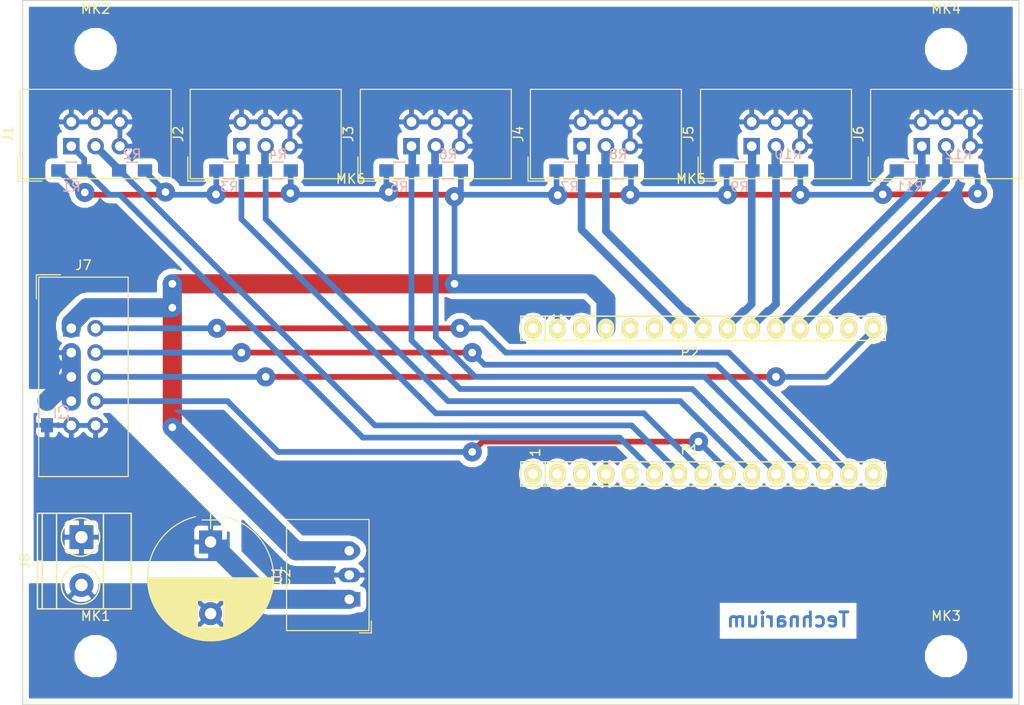
<source format=kicad_pcb>
(kicad_pcb (version 20171114) (host pcbnew no-vcs-found-bc0306b~61~ubuntu16.04.1)

  (general
    (thickness 1.6)
    (drawings 21)
    (tracks 219)
    (zones 0)
    (modules 31)
    (nets 30)
  )

  (page A4)
  (title_block
    (date "jeu. 02 avril 2015")
  )

  (layers
    (0 F.Cu signal)
    (31 B.Cu signal)
    (32 B.Adhes user)
    (33 F.Adhes user)
    (34 B.Paste user)
    (35 F.Paste user)
    (36 B.SilkS user)
    (37 F.SilkS user)
    (38 B.Mask user)
    (39 F.Mask user)
    (40 Dwgs.User user)
    (41 Cmts.User user)
    (42 Eco1.User user)
    (43 Eco2.User user)
    (44 Edge.Cuts user)
    (45 Margin user)
    (46 B.CrtYd user hide)
    (47 F.CrtYd user hide)
    (48 B.Fab user hide)
    (49 F.Fab user hide)
  )

  (setup
    (last_trace_width 0.6)
    (user_trace_width 0.4)
    (user_trace_width 0.6)
    (user_trace_width 0.8)
    (user_trace_width 1)
    (user_trace_width 2)
    (trace_clearance 0.2)
    (zone_clearance 0.6)
    (zone_45_only no)
    (trace_min 0.2)
    (segment_width 0.15)
    (edge_width 0.1)
    (via_size 0.6)
    (via_drill 0.4)
    (via_min_size 0.4)
    (via_min_drill 0.3)
    (user_via 2 0.8)
    (uvia_size 0.3)
    (uvia_drill 0.1)
    (uvias_allowed no)
    (uvia_min_size 0.2)
    (uvia_min_drill 0.1)
    (pcb_text_width 0.3)
    (pcb_text_size 1.5 1.5)
    (mod_edge_width 0.15)
    (mod_text_size 1 1)
    (mod_text_width 0.15)
    (pad_size 1.5 1.5)
    (pad_drill 0.6)
    (pad_to_mask_clearance 0)
    (aux_axis_origin 138.176 110.617)
    (visible_elements FFFFFF7F)
    (pcbplotparams
      (layerselection 0x00000_fffffffe)
      (usegerberextensions false)
      (usegerberattributes true)
      (usegerberadvancedattributes true)
      (creategerberjobfile true)
      (excludeedgelayer true)
      (linewidth 0.100000)
      (plotframeref false)
      (viasonmask false)
      (mode 1)
      (useauxorigin false)
      (hpglpennumber 1)
      (hpglpenspeed 20)
      (hpglpendiameter 15)
      (psnegative false)
      (psa4output false)
      (plotreference true)
      (plotvalue true)
      (plotinvisibletext false)
      (padsonsilk false)
      (subtractmaskfromsilk false)
      (outputformat 1)
      (mirror false)
      (drillshape 0)
      (scaleselection 1)
      (outputdirectory ./gerbers))
  )

  (net 0 "")
  (net 1 "/1(Tx)")
  (net 2 "/0(Rx)")
  (net 3 /Reset)
  (net 4 GND)
  (net 5 /2)
  (net 6 "/3(**)")
  (net 7 /4)
  (net 8 "/5(**)")
  (net 9 "/6(**)")
  (net 10 /7)
  (net 11 /8)
  (net 12 "/9(**)")
  (net 13 "/10(**/SS)")
  (net 14 /Vin)
  (net 15 +5V)
  (net 16 /A7)
  (net 17 /A6)
  (net 18 /A5)
  (net 19 /A4)
  (net 20 /A3)
  (net 21 /A2)
  (net 22 /A1)
  (net 23 /A0)
  (net 24 /AREF)
  (net 25 "/13(SCK)")
  (net 26 +3V3)
  (net 27 "/11(**/MOSI)")
  (net 28 "/12(MISO)")
  (net 29 VCC)

  (net_class Default "This is the default net class."
    (clearance 0.2)
    (trace_width 0.25)
    (via_dia 0.6)
    (via_drill 0.4)
    (uvia_dia 0.3)
    (uvia_drill 0.1)
    (add_net +3V3)
    (add_net +5V)
    (add_net "/0(Rx)")
    (add_net "/1(Tx)")
    (add_net "/10(**/SS)")
    (add_net "/11(**/MOSI)")
    (add_net "/12(MISO)")
    (add_net "/13(SCK)")
    (add_net /2)
    (add_net "/3(**)")
    (add_net /4)
    (add_net "/5(**)")
    (add_net "/6(**)")
    (add_net /7)
    (add_net /8)
    (add_net "/9(**)")
    (add_net /A0)
    (add_net /A1)
    (add_net /A2)
    (add_net /A3)
    (add_net /A4)
    (add_net /A5)
    (add_net /A6)
    (add_net /A7)
    (add_net /AREF)
    (add_net /Reset)
    (add_net /Vin)
    (add_net GND)
    (add_net VCC)
  )

  (module Resistors_SMD:R_0805_HandSoldering (layer B.Cu) (tedit 58E0A804) (tstamp 5A1ACC2F)
    (at 184.15 40.64 180)
    (descr "Resistor SMD 0805, hand soldering")
    (tags "resistor 0805")
    (path /5A1B98FA)
    (attr smd)
    (fp_text reference R12 (at 0 1.7 180) (layer B.SilkS)
      (effects (font (size 1 1) (thickness 0.15)) (justify mirror))
    )
    (fp_text value R (at 0 -1.75 180) (layer B.Fab)
      (effects (font (size 1 1) (thickness 0.15)) (justify mirror))
    )
    (fp_text user %R (at 0 0 180) (layer B.Fab)
      (effects (font (size 0.5 0.5) (thickness 0.075)) (justify mirror))
    )
    (fp_line (start -1 -0.62) (end -1 0.62) (layer B.Fab) (width 0.1))
    (fp_line (start 1 -0.62) (end -1 -0.62) (layer B.Fab) (width 0.1))
    (fp_line (start 1 0.62) (end 1 -0.62) (layer B.Fab) (width 0.1))
    (fp_line (start -1 0.62) (end 1 0.62) (layer B.Fab) (width 0.1))
    (fp_line (start 0.6 -0.88) (end -0.6 -0.88) (layer B.SilkS) (width 0.12))
    (fp_line (start -0.6 0.88) (end 0.6 0.88) (layer B.SilkS) (width 0.12))
    (fp_line (start -2.35 0.9) (end 2.35 0.9) (layer B.CrtYd) (width 0.05))
    (fp_line (start -2.35 0.9) (end -2.35 -0.9) (layer B.CrtYd) (width 0.05))
    (fp_line (start 2.35 -0.9) (end 2.35 0.9) (layer B.CrtYd) (width 0.05))
    (fp_line (start 2.35 -0.9) (end -2.35 -0.9) (layer B.CrtYd) (width 0.05))
    (pad 1 smd rect (at -1.35 0 180) (size 1.5 1.3) (layers B.Cu B.Paste B.Mask)
      (net 15 +5V))
    (pad 2 smd rect (at 1.35 0 180) (size 1.5 1.3) (layers B.Cu B.Paste B.Mask)
      (net 23 /A0))
    (model ${KISYS3DMOD}/Resistors_SMD.3dshapes/R_0805.wrl
      (at (xyz 0 0 0))
      (scale (xyz 1 1 1))
      (rotate (xyz 0 0 0))
    )
  )

  (module Resistors_SMD:R_0805_HandSoldering (layer B.Cu) (tedit 58E0A804) (tstamp 5A1ACC1E)
    (at 113.03 40.64 180)
    (descr "Resistor SMD 0805, hand soldering")
    (tags "resistor 0805")
    (path /5A17CA49)
    (attr smd)
    (fp_text reference R4 (at 0 1.7 180) (layer B.SilkS)
      (effects (font (size 1 1) (thickness 0.15)) (justify mirror))
    )
    (fp_text value R (at 0 -1.75 180) (layer B.Fab)
      (effects (font (size 1 1) (thickness 0.15)) (justify mirror))
    )
    (fp_line (start 2.35 -0.9) (end -2.35 -0.9) (layer B.CrtYd) (width 0.05))
    (fp_line (start 2.35 -0.9) (end 2.35 0.9) (layer B.CrtYd) (width 0.05))
    (fp_line (start -2.35 0.9) (end -2.35 -0.9) (layer B.CrtYd) (width 0.05))
    (fp_line (start -2.35 0.9) (end 2.35 0.9) (layer B.CrtYd) (width 0.05))
    (fp_line (start -0.6 0.88) (end 0.6 0.88) (layer B.SilkS) (width 0.12))
    (fp_line (start 0.6 -0.88) (end -0.6 -0.88) (layer B.SilkS) (width 0.12))
    (fp_line (start -1 0.62) (end 1 0.62) (layer B.Fab) (width 0.1))
    (fp_line (start 1 0.62) (end 1 -0.62) (layer B.Fab) (width 0.1))
    (fp_line (start 1 -0.62) (end -1 -0.62) (layer B.Fab) (width 0.1))
    (fp_line (start -1 -0.62) (end -1 0.62) (layer B.Fab) (width 0.1))
    (fp_text user %R (at 0 0 180) (layer B.Fab)
      (effects (font (size 0.5 0.5) (thickness 0.075)) (justify mirror))
    )
    (pad 2 smd rect (at 1.35 0 180) (size 1.5 1.3) (layers B.Cu B.Paste B.Mask)
      (net 10 /7))
    (pad 1 smd rect (at -1.35 0 180) (size 1.5 1.3) (layers B.Cu B.Paste B.Mask)
      (net 15 +5V))
    (model ${KISYS3DMOD}/Resistors_SMD.3dshapes/R_0805.wrl
      (at (xyz 0 0 0))
      (scale (xyz 1 1 1))
      (rotate (xyz 0 0 0))
    )
  )

  (module Resistors_SMD:R_0805_HandSoldering (layer B.Cu) (tedit 58E0A804) (tstamp 5A1ACC0D)
    (at 107.95 40.64)
    (descr "Resistor SMD 0805, hand soldering")
    (tags "resistor 0805")
    (path /5A17C94F)
    (attr smd)
    (fp_text reference R3 (at 0 1.7) (layer B.SilkS)
      (effects (font (size 1 1) (thickness 0.15)) (justify mirror))
    )
    (fp_text value R (at 0 -1.75) (layer B.Fab)
      (effects (font (size 1 1) (thickness 0.15)) (justify mirror))
    )
    (fp_text user %R (at 0 0) (layer B.Fab)
      (effects (font (size 0.5 0.5) (thickness 0.075)) (justify mirror))
    )
    (fp_line (start -1 -0.62) (end -1 0.62) (layer B.Fab) (width 0.1))
    (fp_line (start 1 -0.62) (end -1 -0.62) (layer B.Fab) (width 0.1))
    (fp_line (start 1 0.62) (end 1 -0.62) (layer B.Fab) (width 0.1))
    (fp_line (start -1 0.62) (end 1 0.62) (layer B.Fab) (width 0.1))
    (fp_line (start 0.6 -0.88) (end -0.6 -0.88) (layer B.SilkS) (width 0.12))
    (fp_line (start -0.6 0.88) (end 0.6 0.88) (layer B.SilkS) (width 0.12))
    (fp_line (start -2.35 0.9) (end 2.35 0.9) (layer B.CrtYd) (width 0.05))
    (fp_line (start -2.35 0.9) (end -2.35 -0.9) (layer B.CrtYd) (width 0.05))
    (fp_line (start 2.35 -0.9) (end 2.35 0.9) (layer B.CrtYd) (width 0.05))
    (fp_line (start 2.35 -0.9) (end -2.35 -0.9) (layer B.CrtYd) (width 0.05))
    (pad 1 smd rect (at -1.35 0) (size 1.5 1.3) (layers B.Cu B.Paste B.Mask)
      (net 15 +5V))
    (pad 2 smd rect (at 1.35 0) (size 1.5 1.3) (layers B.Cu B.Paste B.Mask)
      (net 8 "/5(**)"))
    (model ${KISYS3DMOD}/Resistors_SMD.3dshapes/R_0805.wrl
      (at (xyz 0 0 0))
      (scale (xyz 1 1 1))
      (rotate (xyz 0 0 0))
    )
  )

  (module Resistors_SMD:R_0805_HandSoldering (layer B.Cu) (tedit 58E0A804) (tstamp 5A1ACBFC)
    (at 97.79 40.64 180)
    (descr "Resistor SMD 0805, hand soldering")
    (tags "resistor 0805")
    (path /5A17C903)
    (attr smd)
    (fp_text reference R2 (at 0 1.7 180) (layer B.SilkS)
      (effects (font (size 1 1) (thickness 0.15)) (justify mirror))
    )
    (fp_text value R (at 0 -1.75 180) (layer B.Fab)
      (effects (font (size 1 1) (thickness 0.15)) (justify mirror))
    )
    (fp_line (start 2.35 -0.9) (end -2.35 -0.9) (layer B.CrtYd) (width 0.05))
    (fp_line (start 2.35 -0.9) (end 2.35 0.9) (layer B.CrtYd) (width 0.05))
    (fp_line (start -2.35 0.9) (end -2.35 -0.9) (layer B.CrtYd) (width 0.05))
    (fp_line (start -2.35 0.9) (end 2.35 0.9) (layer B.CrtYd) (width 0.05))
    (fp_line (start -0.6 0.88) (end 0.6 0.88) (layer B.SilkS) (width 0.12))
    (fp_line (start 0.6 -0.88) (end -0.6 -0.88) (layer B.SilkS) (width 0.12))
    (fp_line (start -1 0.62) (end 1 0.62) (layer B.Fab) (width 0.1))
    (fp_line (start 1 0.62) (end 1 -0.62) (layer B.Fab) (width 0.1))
    (fp_line (start 1 -0.62) (end -1 -0.62) (layer B.Fab) (width 0.1))
    (fp_line (start -1 -0.62) (end -1 0.62) (layer B.Fab) (width 0.1))
    (fp_text user %R (at 0 0 180) (layer B.Fab)
      (effects (font (size 0.5 0.5) (thickness 0.075)) (justify mirror))
    )
    (pad 2 smd rect (at 1.35 0 180) (size 1.5 1.3) (layers B.Cu B.Paste B.Mask)
      (net 7 /4))
    (pad 1 smd rect (at -1.35 0 180) (size 1.5 1.3) (layers B.Cu B.Paste B.Mask)
      (net 15 +5V))
    (model ${KISYS3DMOD}/Resistors_SMD.3dshapes/R_0805.wrl
      (at (xyz 0 0 0))
      (scale (xyz 1 1 1))
      (rotate (xyz 0 0 0))
    )
  )

  (module Resistors_SMD:R_0805_HandSoldering (layer B.Cu) (tedit 58E0A804) (tstamp 5A1ACBEB)
    (at 91.44 40.64)
    (descr "Resistor SMD 0805, hand soldering")
    (tags "resistor 0805")
    (path /5A17C36D)
    (attr smd)
    (fp_text reference R1 (at 0 1.7) (layer B.SilkS)
      (effects (font (size 1 1) (thickness 0.15)) (justify mirror))
    )
    (fp_text value R (at 0 -1.75) (layer B.Fab)
      (effects (font (size 1 1) (thickness 0.15)) (justify mirror))
    )
    (fp_text user %R (at 0 0) (layer B.Fab)
      (effects (font (size 0.5 0.5) (thickness 0.075)) (justify mirror))
    )
    (fp_line (start -1 -0.62) (end -1 0.62) (layer B.Fab) (width 0.1))
    (fp_line (start 1 -0.62) (end -1 -0.62) (layer B.Fab) (width 0.1))
    (fp_line (start 1 0.62) (end 1 -0.62) (layer B.Fab) (width 0.1))
    (fp_line (start -1 0.62) (end 1 0.62) (layer B.Fab) (width 0.1))
    (fp_line (start 0.6 -0.88) (end -0.6 -0.88) (layer B.SilkS) (width 0.12))
    (fp_line (start -0.6 0.88) (end 0.6 0.88) (layer B.SilkS) (width 0.12))
    (fp_line (start -2.35 0.9) (end 2.35 0.9) (layer B.CrtYd) (width 0.05))
    (fp_line (start -2.35 0.9) (end -2.35 -0.9) (layer B.CrtYd) (width 0.05))
    (fp_line (start 2.35 -0.9) (end 2.35 0.9) (layer B.CrtYd) (width 0.05))
    (fp_line (start 2.35 -0.9) (end -2.35 -0.9) (layer B.CrtYd) (width 0.05))
    (pad 1 smd rect (at -1.35 0) (size 1.5 1.3) (layers B.Cu B.Paste B.Mask)
      (net 15 +5V))
    (pad 2 smd rect (at 1.35 0) (size 1.5 1.3) (layers B.Cu B.Paste B.Mask)
      (net 6 "/3(**)"))
    (model ${KISYS3DMOD}/Resistors_SMD.3dshapes/R_0805.wrl
      (at (xyz 0 0 0))
      (scale (xyz 1 1 1))
      (rotate (xyz 0 0 0))
    )
  )

  (module Resistors_SMD:R_0805_HandSoldering (layer B.Cu) (tedit 58E0A804) (tstamp 5A1ACBDA)
    (at 125.73 40.64)
    (descr "Resistor SMD 0805, hand soldering")
    (tags "resistor 0805")
    (path /5A17CA95)
    (attr smd)
    (fp_text reference R5 (at 0 1.7) (layer B.SilkS)
      (effects (font (size 1 1) (thickness 0.15)) (justify mirror))
    )
    (fp_text value R (at 0 -1.75) (layer B.Fab)
      (effects (font (size 1 1) (thickness 0.15)) (justify mirror))
    )
    (fp_line (start 2.35 -0.9) (end -2.35 -0.9) (layer B.CrtYd) (width 0.05))
    (fp_line (start 2.35 -0.9) (end 2.35 0.9) (layer B.CrtYd) (width 0.05))
    (fp_line (start -2.35 0.9) (end -2.35 -0.9) (layer B.CrtYd) (width 0.05))
    (fp_line (start -2.35 0.9) (end 2.35 0.9) (layer B.CrtYd) (width 0.05))
    (fp_line (start -0.6 0.88) (end 0.6 0.88) (layer B.SilkS) (width 0.12))
    (fp_line (start 0.6 -0.88) (end -0.6 -0.88) (layer B.SilkS) (width 0.12))
    (fp_line (start -1 0.62) (end 1 0.62) (layer B.Fab) (width 0.1))
    (fp_line (start 1 0.62) (end 1 -0.62) (layer B.Fab) (width 0.1))
    (fp_line (start 1 -0.62) (end -1 -0.62) (layer B.Fab) (width 0.1))
    (fp_line (start -1 -0.62) (end -1 0.62) (layer B.Fab) (width 0.1))
    (fp_text user %R (at 0 0) (layer B.Fab)
      (effects (font (size 0.5 0.5) (thickness 0.075)) (justify mirror))
    )
    (pad 2 smd rect (at 1.35 0) (size 1.5 1.3) (layers B.Cu B.Paste B.Mask)
      (net 11 /8))
    (pad 1 smd rect (at -1.35 0) (size 1.5 1.3) (layers B.Cu B.Paste B.Mask)
      (net 15 +5V))
    (model ${KISYS3DMOD}/Resistors_SMD.3dshapes/R_0805.wrl
      (at (xyz 0 0 0))
      (scale (xyz 1 1 1))
      (rotate (xyz 0 0 0))
    )
  )

  (module Resistors_SMD:R_0805_HandSoldering (layer B.Cu) (tedit 58E0A804) (tstamp 5A1ACBC9)
    (at 143.51 40.64)
    (descr "Resistor SMD 0805, hand soldering")
    (tags "resistor 0805")
    (path /5A17CB3B)
    (attr smd)
    (fp_text reference R7 (at 0 1.7) (layer B.SilkS)
      (effects (font (size 1 1) (thickness 0.15)) (justify mirror))
    )
    (fp_text value R (at 0 -1.75) (layer B.Fab)
      (effects (font (size 1 1) (thickness 0.15)) (justify mirror))
    )
    (fp_text user %R (at 0 0) (layer B.Fab)
      (effects (font (size 0.5 0.5) (thickness 0.075)) (justify mirror))
    )
    (fp_line (start -1 -0.62) (end -1 0.62) (layer B.Fab) (width 0.1))
    (fp_line (start 1 -0.62) (end -1 -0.62) (layer B.Fab) (width 0.1))
    (fp_line (start 1 0.62) (end 1 -0.62) (layer B.Fab) (width 0.1))
    (fp_line (start -1 0.62) (end 1 0.62) (layer B.Fab) (width 0.1))
    (fp_line (start 0.6 -0.88) (end -0.6 -0.88) (layer B.SilkS) (width 0.12))
    (fp_line (start -0.6 0.88) (end 0.6 0.88) (layer B.SilkS) (width 0.12))
    (fp_line (start -2.35 0.9) (end 2.35 0.9) (layer B.CrtYd) (width 0.05))
    (fp_line (start -2.35 0.9) (end -2.35 -0.9) (layer B.CrtYd) (width 0.05))
    (fp_line (start 2.35 -0.9) (end 2.35 0.9) (layer B.CrtYd) (width 0.05))
    (fp_line (start 2.35 -0.9) (end -2.35 -0.9) (layer B.CrtYd) (width 0.05))
    (pad 1 smd rect (at -1.35 0) (size 1.5 1.3) (layers B.Cu B.Paste B.Mask)
      (net 15 +5V))
    (pad 2 smd rect (at 1.35 0) (size 1.5 1.3) (layers B.Cu B.Paste B.Mask)
      (net 18 /A5))
    (model ${KISYS3DMOD}/Resistors_SMD.3dshapes/R_0805.wrl
      (at (xyz 0 0 0))
      (scale (xyz 1 1 1))
      (rotate (xyz 0 0 0))
    )
  )

  (module Resistors_SMD:R_0805_HandSoldering (layer B.Cu) (tedit 58E0A804) (tstamp 5A1ACBB8)
    (at 148.59 40.64 180)
    (descr "Resistor SMD 0805, hand soldering")
    (tags "resistor 0805")
    (path /5A1A32A1)
    (attr smd)
    (fp_text reference R8 (at 0 1.7 180) (layer B.SilkS)
      (effects (font (size 1 1) (thickness 0.15)) (justify mirror))
    )
    (fp_text value R (at 0 -1.75 180) (layer B.Fab)
      (effects (font (size 1 1) (thickness 0.15)) (justify mirror))
    )
    (fp_line (start 2.35 -0.9) (end -2.35 -0.9) (layer B.CrtYd) (width 0.05))
    (fp_line (start 2.35 -0.9) (end 2.35 0.9) (layer B.CrtYd) (width 0.05))
    (fp_line (start -2.35 0.9) (end -2.35 -0.9) (layer B.CrtYd) (width 0.05))
    (fp_line (start -2.35 0.9) (end 2.35 0.9) (layer B.CrtYd) (width 0.05))
    (fp_line (start -0.6 0.88) (end 0.6 0.88) (layer B.SilkS) (width 0.12))
    (fp_line (start 0.6 -0.88) (end -0.6 -0.88) (layer B.SilkS) (width 0.12))
    (fp_line (start -1 0.62) (end 1 0.62) (layer B.Fab) (width 0.1))
    (fp_line (start 1 0.62) (end 1 -0.62) (layer B.Fab) (width 0.1))
    (fp_line (start 1 -0.62) (end -1 -0.62) (layer B.Fab) (width 0.1))
    (fp_line (start -1 -0.62) (end -1 0.62) (layer B.Fab) (width 0.1))
    (fp_text user %R (at 0 0 180) (layer B.Fab)
      (effects (font (size 0.5 0.5) (thickness 0.075)) (justify mirror))
    )
    (pad 2 smd rect (at 1.35 0 180) (size 1.5 1.3) (layers B.Cu B.Paste B.Mask)
      (net 19 /A4))
    (pad 1 smd rect (at -1.35 0 180) (size 1.5 1.3) (layers B.Cu B.Paste B.Mask)
      (net 15 +5V))
    (model ${KISYS3DMOD}/Resistors_SMD.3dshapes/R_0805.wrl
      (at (xyz 0 0 0))
      (scale (xyz 1 1 1))
      (rotate (xyz 0 0 0))
    )
  )

  (module Resistors_SMD:R_0805_HandSoldering (layer B.Cu) (tedit 58E0A804) (tstamp 5A1ACBA7)
    (at 161.29 40.64)
    (descr "Resistor SMD 0805, hand soldering")
    (tags "resistor 0805")
    (path /5A1A32F9)
    (attr smd)
    (fp_text reference R9 (at 0 1.7) (layer B.SilkS)
      (effects (font (size 1 1) (thickness 0.15)) (justify mirror))
    )
    (fp_text value R (at 0 -1.75) (layer B.Fab)
      (effects (font (size 1 1) (thickness 0.15)) (justify mirror))
    )
    (fp_text user %R (at 0 0) (layer B.Fab)
      (effects (font (size 0.5 0.5) (thickness 0.075)) (justify mirror))
    )
    (fp_line (start -1 -0.62) (end -1 0.62) (layer B.Fab) (width 0.1))
    (fp_line (start 1 -0.62) (end -1 -0.62) (layer B.Fab) (width 0.1))
    (fp_line (start 1 0.62) (end 1 -0.62) (layer B.Fab) (width 0.1))
    (fp_line (start -1 0.62) (end 1 0.62) (layer B.Fab) (width 0.1))
    (fp_line (start 0.6 -0.88) (end -0.6 -0.88) (layer B.SilkS) (width 0.12))
    (fp_line (start -0.6 0.88) (end 0.6 0.88) (layer B.SilkS) (width 0.12))
    (fp_line (start -2.35 0.9) (end 2.35 0.9) (layer B.CrtYd) (width 0.05))
    (fp_line (start -2.35 0.9) (end -2.35 -0.9) (layer B.CrtYd) (width 0.05))
    (fp_line (start 2.35 -0.9) (end 2.35 0.9) (layer B.CrtYd) (width 0.05))
    (fp_line (start 2.35 -0.9) (end -2.35 -0.9) (layer B.CrtYd) (width 0.05))
    (pad 1 smd rect (at -1.35 0) (size 1.5 1.3) (layers B.Cu B.Paste B.Mask)
      (net 15 +5V))
    (pad 2 smd rect (at 1.35 0) (size 1.5 1.3) (layers B.Cu B.Paste B.Mask)
      (net 20 /A3))
    (model ${KISYS3DMOD}/Resistors_SMD.3dshapes/R_0805.wrl
      (at (xyz 0 0 0))
      (scale (xyz 1 1 1))
      (rotate (xyz 0 0 0))
    )
  )

  (module Resistors_SMD:R_0805_HandSoldering (layer B.Cu) (tedit 58E0A804) (tstamp 5A1ACB96)
    (at 166.37 40.64 180)
    (descr "Resistor SMD 0805, hand soldering")
    (tags "resistor 0805")
    (path /5A1A3349)
    (attr smd)
    (fp_text reference R10 (at 0 1.7 180) (layer B.SilkS)
      (effects (font (size 1 1) (thickness 0.15)) (justify mirror))
    )
    (fp_text value R (at 0 -1.75 180) (layer B.Fab)
      (effects (font (size 1 1) (thickness 0.15)) (justify mirror))
    )
    (fp_line (start 2.35 -0.9) (end -2.35 -0.9) (layer B.CrtYd) (width 0.05))
    (fp_line (start 2.35 -0.9) (end 2.35 0.9) (layer B.CrtYd) (width 0.05))
    (fp_line (start -2.35 0.9) (end -2.35 -0.9) (layer B.CrtYd) (width 0.05))
    (fp_line (start -2.35 0.9) (end 2.35 0.9) (layer B.CrtYd) (width 0.05))
    (fp_line (start -0.6 0.88) (end 0.6 0.88) (layer B.SilkS) (width 0.12))
    (fp_line (start 0.6 -0.88) (end -0.6 -0.88) (layer B.SilkS) (width 0.12))
    (fp_line (start -1 0.62) (end 1 0.62) (layer B.Fab) (width 0.1))
    (fp_line (start 1 0.62) (end 1 -0.62) (layer B.Fab) (width 0.1))
    (fp_line (start 1 -0.62) (end -1 -0.62) (layer B.Fab) (width 0.1))
    (fp_line (start -1 -0.62) (end -1 0.62) (layer B.Fab) (width 0.1))
    (fp_text user %R (at 0 0 180) (layer B.Fab)
      (effects (font (size 0.5 0.5) (thickness 0.075)) (justify mirror))
    )
    (pad 2 smd rect (at 1.35 0 180) (size 1.5 1.3) (layers B.Cu B.Paste B.Mask)
      (net 21 /A2))
    (pad 1 smd rect (at -1.35 0 180) (size 1.5 1.3) (layers B.Cu B.Paste B.Mask)
      (net 15 +5V))
    (model ${KISYS3DMOD}/Resistors_SMD.3dshapes/R_0805.wrl
      (at (xyz 0 0 0))
      (scale (xyz 1 1 1))
      (rotate (xyz 0 0 0))
    )
  )

  (module Resistors_SMD:R_0805_HandSoldering (layer B.Cu) (tedit 58E0A804) (tstamp 5A1ACB85)
    (at 179.07 40.64)
    (descr "Resistor SMD 0805, hand soldering")
    (tags "resistor 0805")
    (path /5A1A339F)
    (attr smd)
    (fp_text reference R11 (at 0 1.7) (layer B.SilkS)
      (effects (font (size 1 1) (thickness 0.15)) (justify mirror))
    )
    (fp_text value R (at 0 -1.75) (layer B.Fab)
      (effects (font (size 1 1) (thickness 0.15)) (justify mirror))
    )
    (fp_text user %R (at 0 0) (layer B.Fab)
      (effects (font (size 0.5 0.5) (thickness 0.075)) (justify mirror))
    )
    (fp_line (start -1 -0.62) (end -1 0.62) (layer B.Fab) (width 0.1))
    (fp_line (start 1 -0.62) (end -1 -0.62) (layer B.Fab) (width 0.1))
    (fp_line (start 1 0.62) (end 1 -0.62) (layer B.Fab) (width 0.1))
    (fp_line (start -1 0.62) (end 1 0.62) (layer B.Fab) (width 0.1))
    (fp_line (start 0.6 -0.88) (end -0.6 -0.88) (layer B.SilkS) (width 0.12))
    (fp_line (start -0.6 0.88) (end 0.6 0.88) (layer B.SilkS) (width 0.12))
    (fp_line (start -2.35 0.9) (end 2.35 0.9) (layer B.CrtYd) (width 0.05))
    (fp_line (start -2.35 0.9) (end -2.35 -0.9) (layer B.CrtYd) (width 0.05))
    (fp_line (start 2.35 -0.9) (end 2.35 0.9) (layer B.CrtYd) (width 0.05))
    (fp_line (start 2.35 -0.9) (end -2.35 -0.9) (layer B.CrtYd) (width 0.05))
    (pad 1 smd rect (at -1.35 0) (size 1.5 1.3) (layers B.Cu B.Paste B.Mask)
      (net 15 +5V))
    (pad 2 smd rect (at 1.35 0) (size 1.5 1.3) (layers B.Cu B.Paste B.Mask)
      (net 22 /A1))
    (model ${KISYS3DMOD}/Resistors_SMD.3dshapes/R_0805.wrl
      (at (xyz 0 0 0))
      (scale (xyz 1 1 1))
      (rotate (xyz 0 0 0))
    )
  )

  (module Resistors_SMD:R_0805_HandSoldering (layer B.Cu) (tedit 58E0A804) (tstamp 5A1ACB74)
    (at 130.81 40.64 180)
    (descr "Resistor SMD 0805, hand soldering")
    (tags "resistor 0805")
    (path /5A17CADF)
    (attr smd)
    (fp_text reference R6 (at 0 1.7 180) (layer B.SilkS)
      (effects (font (size 1 1) (thickness 0.15)) (justify mirror))
    )
    (fp_text value R (at 0 -1.75 180) (layer B.Fab)
      (effects (font (size 1 1) (thickness 0.15)) (justify mirror))
    )
    (fp_line (start 2.35 -0.9) (end -2.35 -0.9) (layer B.CrtYd) (width 0.05))
    (fp_line (start 2.35 -0.9) (end 2.35 0.9) (layer B.CrtYd) (width 0.05))
    (fp_line (start -2.35 0.9) (end -2.35 -0.9) (layer B.CrtYd) (width 0.05))
    (fp_line (start -2.35 0.9) (end 2.35 0.9) (layer B.CrtYd) (width 0.05))
    (fp_line (start -0.6 0.88) (end 0.6 0.88) (layer B.SilkS) (width 0.12))
    (fp_line (start 0.6 -0.88) (end -0.6 -0.88) (layer B.SilkS) (width 0.12))
    (fp_line (start -1 0.62) (end 1 0.62) (layer B.Fab) (width 0.1))
    (fp_line (start 1 0.62) (end 1 -0.62) (layer B.Fab) (width 0.1))
    (fp_line (start 1 -0.62) (end -1 -0.62) (layer B.Fab) (width 0.1))
    (fp_line (start -1 -0.62) (end -1 0.62) (layer B.Fab) (width 0.1))
    (fp_text user %R (at 0 0 180) (layer B.Fab)
      (effects (font (size 0.5 0.5) (thickness 0.075)) (justify mirror))
    )
    (pad 2 smd rect (at 1.35 0 180) (size 1.5 1.3) (layers B.Cu B.Paste B.Mask)
      (net 12 "/9(**)"))
    (pad 1 smd rect (at -1.35 0 180) (size 1.5 1.3) (layers B.Cu B.Paste B.Mask)
      (net 15 +5V))
    (model ${KISYS3DMOD}/Resistors_SMD.3dshapes/R_0805.wrl
      (at (xyz 0 0 0))
      (scale (xyz 1 1 1))
      (rotate (xyz 0 0 0))
    )
  )

  (module Mounting_Holes:MountingHole_3.2mm_M3 (layer F.Cu) (tedit 56D1B4CB) (tstamp 5A17610E)
    (at 156.21 45.72)
    (descr "Mounting Hole 3.2mm, no annular, M3")
    (tags "mounting hole 3.2mm no annular m3")
    (path /5A173C73)
    (attr virtual)
    (fp_text reference MK5 (at 0 -4.2) (layer F.SilkS)
      (effects (font (size 1 1) (thickness 0.15)))
    )
    (fp_text value Mounting_Hole (at 0 4.2) (layer F.Fab)
      (effects (font (size 1 1) (thickness 0.15)))
    )
    (fp_text user %R (at 0.3 0) (layer F.Fab)
      (effects (font (size 1 1) (thickness 0.15)))
    )
    (fp_circle (center 0 0) (end 3.2 0) (layer Cmts.User) (width 0.15))
    (fp_circle (center 0 0) (end 3.45 0) (layer F.CrtYd) (width 0.05))
    (pad 1 np_thru_hole circle (at 0 0) (size 3.2 3.2) (drill 3.2) (layers *.Cu *.Mask))
  )

  (module Mounting_Holes:MountingHole_3.2mm_M3 (layer F.Cu) (tedit 56D1B4CB) (tstamp 5A176106)
    (at 120.65 45.72)
    (descr "Mounting Hole 3.2mm, no annular, M3")
    (tags "mounting hole 3.2mm no annular m3")
    (path /5A173CB1)
    (attr virtual)
    (fp_text reference MK6 (at 0 -4.2) (layer F.SilkS)
      (effects (font (size 1 1) (thickness 0.15)))
    )
    (fp_text value Mounting_Hole (at 0 4.2) (layer F.Fab)
      (effects (font (size 1 1) (thickness 0.15)))
    )
    (fp_circle (center 0 0) (end 3.45 0) (layer F.CrtYd) (width 0.05))
    (fp_circle (center 0 0) (end 3.2 0) (layer Cmts.User) (width 0.15))
    (fp_text user %R (at 0.3 0) (layer F.Fab)
      (effects (font (size 1 1) (thickness 0.15)))
    )
    (pad 1 np_thru_hole circle (at 0 0) (size 3.2 3.2) (drill 3.2) (layers *.Cu *.Mask))
  )

  (module Mounting_Holes:MountingHole_3.2mm_M3 (layer F.Cu) (tedit 56D1B4CB) (tstamp 5A17599D)
    (at 93.98 91.44)
    (descr "Mounting Hole 3.2mm, no annular, M3")
    (tags "mounting hole 3.2mm no annular m3")
    (path /5A16F97F)
    (attr virtual)
    (fp_text reference MK1 (at 0 -4.2) (layer F.SilkS)
      (effects (font (size 1 1) (thickness 0.15)))
    )
    (fp_text value Mounting_Hole (at 0 4.2) (layer F.Fab)
      (effects (font (size 1 1) (thickness 0.15)))
    )
    (fp_text user %R (at 0.3 0) (layer F.Fab)
      (effects (font (size 1 1) (thickness 0.15)))
    )
    (fp_circle (center 0 0) (end 3.2 0) (layer Cmts.User) (width 0.15))
    (fp_circle (center 0 0) (end 3.45 0) (layer F.CrtYd) (width 0.05))
    (pad 1 np_thru_hole circle (at 0 0) (size 3.2 3.2) (drill 3.2) (layers *.Cu *.Mask))
  )

  (module Mounting_Holes:MountingHole_3.2mm_M3 (layer F.Cu) (tedit 56D1B4CB) (tstamp 5A175504)
    (at 93.98 27.94)
    (descr "Mounting Hole 3.2mm, no annular, M3")
    (tags "mounting hole 3.2mm no annular m3")
    (path /5A16FBBD)
    (attr virtual)
    (fp_text reference MK2 (at 0 -4.2) (layer F.SilkS)
      (effects (font (size 1 1) (thickness 0.15)))
    )
    (fp_text value Mounting_Hole (at 0 4.2) (layer F.Fab)
      (effects (font (size 1 1) (thickness 0.15)))
    )
    (fp_circle (center 0 0) (end 3.45 0) (layer F.CrtYd) (width 0.05))
    (fp_circle (center 0 0) (end 3.2 0) (layer Cmts.User) (width 0.15))
    (fp_text user %R (at 0.3 0) (layer F.Fab)
      (effects (font (size 1 1) (thickness 0.15)))
    )
    (pad 1 np_thru_hole circle (at 0 0) (size 3.2 3.2) (drill 3.2) (layers *.Cu *.Mask))
  )

  (module Mounting_Holes:MountingHole_3.2mm_M3 (layer F.Cu) (tedit 56D1B4CB) (tstamp 5A1754FC)
    (at 182.88 91.44)
    (descr "Mounting Hole 3.2mm, no annular, M3")
    (tags "mounting hole 3.2mm no annular m3")
    (path /5A16FBF7)
    (attr virtual)
    (fp_text reference MK3 (at 0 -4.2) (layer F.SilkS)
      (effects (font (size 1 1) (thickness 0.15)))
    )
    (fp_text value Mounting_Hole (at 0 4.2) (layer F.Fab)
      (effects (font (size 1 1) (thickness 0.15)))
    )
    (fp_text user %R (at 0.3 0) (layer F.Fab)
      (effects (font (size 1 1) (thickness 0.15)))
    )
    (fp_circle (center 0 0) (end 3.2 0) (layer Cmts.User) (width 0.15))
    (fp_circle (center 0 0) (end 3.45 0) (layer F.CrtYd) (width 0.05))
    (pad 1 np_thru_hole circle (at 0 0) (size 3.2 3.2) (drill 3.2) (layers *.Cu *.Mask))
  )

  (module Mounting_Holes:MountingHole_3.2mm_M3 (layer F.Cu) (tedit 56D1B4CB) (tstamp 5A1754F4)
    (at 182.88 27.94)
    (descr "Mounting Hole 3.2mm, no annular, M3")
    (tags "mounting hole 3.2mm no annular m3")
    (path /5A16FC31)
    (attr virtual)
    (fp_text reference MK4 (at 0 -4.2) (layer F.SilkS)
      (effects (font (size 1 1) (thickness 0.15)))
    )
    (fp_text value Mounting_Hole (at 0 4.2) (layer F.Fab)
      (effects (font (size 1 1) (thickness 0.15)))
    )
    (fp_circle (center 0 0) (end 3.45 0) (layer F.CrtYd) (width 0.05))
    (fp_circle (center 0 0) (end 3.2 0) (layer Cmts.User) (width 0.15))
    (fp_text user %R (at 0.3 0) (layer F.Fab)
      (effects (font (size 1 1) (thickness 0.15)))
    )
    (pad 1 np_thru_hole circle (at 0 0) (size 3.2 3.2) (drill 3.2) (layers *.Cu *.Mask))
  )

  (module TerminalBlock_Phoenix:TerminalBlock_Phoenix_MKDS1.5-2pol (layer F.Cu) (tedit 59FF0755) (tstamp 5A1735EE)
    (at 92.5 79 270)
    (descr "2-way 5mm pitch terminal block, Phoenix MKDS series")
    (path /5A1C4890)
    (fp_text reference J8 (at 2.5 5.9 270) (layer F.SilkS)
      (effects (font (size 1 1) (thickness 0.15)))
    )
    (fp_text value Conn_01x02 (at 2.5 -6.6 270) (layer F.Fab)
      (effects (font (size 1 1) (thickness 0.15)))
    )
    (fp_circle (center 0 0.1) (end 2 0.1) (layer F.SilkS) (width 0.15))
    (fp_circle (center 5 0.1) (end 3 0.1) (layer F.SilkS) (width 0.15))
    (fp_line (start -2.5 -5.2) (end -2.5 4.6) (layer F.SilkS) (width 0.15))
    (fp_line (start 7.5 -5.2) (end -2.5 -5.2) (layer F.SilkS) (width 0.15))
    (fp_line (start 7.5 4.6) (end 7.5 -5.2) (layer F.SilkS) (width 0.15))
    (fp_line (start -2.5 4.6) (end 7.5 4.6) (layer F.SilkS) (width 0.15))
    (fp_line (start -2.5 4.1) (end 7.5 4.1) (layer F.SilkS) (width 0.15))
    (fp_line (start -2.5 -2.3) (end 7.5 -2.3) (layer F.SilkS) (width 0.15))
    (fp_line (start -2.5 2.6) (end 7.5 2.6) (layer F.SilkS) (width 0.15))
    (fp_line (start 2.5 4.1) (end 2.5 4.6) (layer F.SilkS) (width 0.15))
    (fp_line (start 7.7 -5.4) (end 7.7 4.8) (layer F.CrtYd) (width 0.05))
    (fp_line (start 7.7 4.8) (end -2.7 4.8) (layer F.CrtYd) (width 0.05))
    (fp_line (start -2.7 4.8) (end -2.7 -5.4) (layer F.CrtYd) (width 0.05))
    (fp_line (start -2.7 -5.4) (end 7.7 -5.4) (layer F.CrtYd) (width 0.05))
    (fp_text user %R (at 2.5 0 270) (layer F.Fab)
      (effects (font (size 1 1) (thickness 0.15)))
    )
    (pad 2 thru_hole circle (at 5 0 270) (size 2.5 2.5) (drill 1.3) (layers *.Cu *.Mask)
      (net 4 GND))
    (pad 1 thru_hole rect (at 0 0 270) (size 2.5 2.5) (drill 1.3) (layers *.Cu *.Mask)
      (net 29 VCC))
    (model ${KISYS3DMOD}/TerminalBlock_Phoenix.3dshapes/TerminalBlock_Phoenix_MKDS1.5-2pol.wrl
      (at (xyz 2.5 0 0))
      (scale (xyz 1 1 1))
      (rotate (xyz 0 0 0))
    )
  )

  (module Capacitors_THT:CP_Radial_D13.0mm_P7.50mm (layer F.Cu) (tedit 597BC7C2) (tstamp 5A173DBF)
    (at 106 79.5 270)
    (descr "CP, Radial series, Radial, pin pitch=7.50mm, , diameter=13mm, Electrolytic Capacitor")
    (tags "CP Radial series Radial pin pitch 7.50mm  diameter 13mm Electrolytic Capacitor")
    (path /5A1C4B78)
    (fp_text reference C2 (at 3.75 -7.81 270) (layer F.SilkS)
      (effects (font (size 1 1) (thickness 0.15)))
    )
    (fp_text value CP (at 3.75 7.81 270) (layer F.Fab)
      (effects (font (size 1 1) (thickness 0.15)))
    )
    (fp_arc (start 3.75 0) (end -2.647789 -1.58) (angle 152.3) (layer F.SilkS) (width 0.12))
    (fp_arc (start 3.75 0) (end -2.647789 1.58) (angle -152.3) (layer F.SilkS) (width 0.12))
    (fp_arc (start 3.75 0) (end 10.147789 -1.58) (angle 27.7) (layer F.SilkS) (width 0.12))
    (fp_circle (center 3.75 0) (end 10.25 0) (layer F.Fab) (width 0.1))
    (fp_line (start -3.2 0) (end -1.4 0) (layer F.Fab) (width 0.1))
    (fp_line (start -2.3 -0.9) (end -2.3 0.9) (layer F.Fab) (width 0.1))
    (fp_line (start 3.75 -6.55) (end 3.75 6.55) (layer F.SilkS) (width 0.12))
    (fp_line (start 3.79 -6.55) (end 3.79 6.55) (layer F.SilkS) (width 0.12))
    (fp_line (start 3.83 -6.55) (end 3.83 6.55) (layer F.SilkS) (width 0.12))
    (fp_line (start 3.87 -6.549) (end 3.87 6.549) (layer F.SilkS) (width 0.12))
    (fp_line (start 3.91 -6.549) (end 3.91 6.549) (layer F.SilkS) (width 0.12))
    (fp_line (start 3.95 -6.547) (end 3.95 6.547) (layer F.SilkS) (width 0.12))
    (fp_line (start 3.99 -6.546) (end 3.99 6.546) (layer F.SilkS) (width 0.12))
    (fp_line (start 4.03 -6.545) (end 4.03 6.545) (layer F.SilkS) (width 0.12))
    (fp_line (start 4.07 -6.543) (end 4.07 6.543) (layer F.SilkS) (width 0.12))
    (fp_line (start 4.11 -6.541) (end 4.11 6.541) (layer F.SilkS) (width 0.12))
    (fp_line (start 4.15 -6.538) (end 4.15 6.538) (layer F.SilkS) (width 0.12))
    (fp_line (start 4.19 -6.536) (end 4.19 6.536) (layer F.SilkS) (width 0.12))
    (fp_line (start 4.23 -6.533) (end 4.23 6.533) (layer F.SilkS) (width 0.12))
    (fp_line (start 4.27 -6.53) (end 4.27 6.53) (layer F.SilkS) (width 0.12))
    (fp_line (start 4.31 -6.527) (end 4.31 6.527) (layer F.SilkS) (width 0.12))
    (fp_line (start 4.35 -6.523) (end 4.35 6.523) (layer F.SilkS) (width 0.12))
    (fp_line (start 4.39 -6.519) (end 4.39 6.519) (layer F.SilkS) (width 0.12))
    (fp_line (start 4.43 -6.515) (end 4.43 6.515) (layer F.SilkS) (width 0.12))
    (fp_line (start 4.471 -6.511) (end 4.471 6.511) (layer F.SilkS) (width 0.12))
    (fp_line (start 4.511 -6.507) (end 4.511 6.507) (layer F.SilkS) (width 0.12))
    (fp_line (start 4.551 -6.502) (end 4.551 6.502) (layer F.SilkS) (width 0.12))
    (fp_line (start 4.591 -6.497) (end 4.591 6.497) (layer F.SilkS) (width 0.12))
    (fp_line (start 4.631 -6.491) (end 4.631 6.491) (layer F.SilkS) (width 0.12))
    (fp_line (start 4.671 -6.486) (end 4.671 6.486) (layer F.SilkS) (width 0.12))
    (fp_line (start 4.711 -6.48) (end 4.711 6.48) (layer F.SilkS) (width 0.12))
    (fp_line (start 4.751 -6.474) (end 4.751 6.474) (layer F.SilkS) (width 0.12))
    (fp_line (start 4.791 -6.468) (end 4.791 6.468) (layer F.SilkS) (width 0.12))
    (fp_line (start 4.831 -6.461) (end 4.831 6.461) (layer F.SilkS) (width 0.12))
    (fp_line (start 4.871 -6.455) (end 4.871 6.455) (layer F.SilkS) (width 0.12))
    (fp_line (start 4.911 -6.448) (end 4.911 6.448) (layer F.SilkS) (width 0.12))
    (fp_line (start 4.951 -6.44) (end 4.951 6.44) (layer F.SilkS) (width 0.12))
    (fp_line (start 4.991 -6.433) (end 4.991 6.433) (layer F.SilkS) (width 0.12))
    (fp_line (start 5.031 -6.425) (end 5.031 6.425) (layer F.SilkS) (width 0.12))
    (fp_line (start 5.071 -6.417) (end 5.071 6.417) (layer F.SilkS) (width 0.12))
    (fp_line (start 5.111 -6.409) (end 5.111 6.409) (layer F.SilkS) (width 0.12))
    (fp_line (start 5.151 -6.4) (end 5.151 6.4) (layer F.SilkS) (width 0.12))
    (fp_line (start 5.191 -6.391) (end 5.191 6.391) (layer F.SilkS) (width 0.12))
    (fp_line (start 5.231 -6.382) (end 5.231 6.382) (layer F.SilkS) (width 0.12))
    (fp_line (start 5.271 -6.373) (end 5.271 6.373) (layer F.SilkS) (width 0.12))
    (fp_line (start 5.311 -6.363) (end 5.311 6.363) (layer F.SilkS) (width 0.12))
    (fp_line (start 5.351 -6.353) (end 5.351 6.353) (layer F.SilkS) (width 0.12))
    (fp_line (start 5.391 -6.343) (end 5.391 6.343) (layer F.SilkS) (width 0.12))
    (fp_line (start 5.431 -6.333) (end 5.431 6.333) (layer F.SilkS) (width 0.12))
    (fp_line (start 5.471 -6.322) (end 5.471 6.322) (layer F.SilkS) (width 0.12))
    (fp_line (start 5.511 -6.311) (end 5.511 6.311) (layer F.SilkS) (width 0.12))
    (fp_line (start 5.551 -6.3) (end 5.551 6.3) (layer F.SilkS) (width 0.12))
    (fp_line (start 5.591 -6.288) (end 5.591 6.288) (layer F.SilkS) (width 0.12))
    (fp_line (start 5.631 -6.277) (end 5.631 6.277) (layer F.SilkS) (width 0.12))
    (fp_line (start 5.671 -6.265) (end 5.671 6.265) (layer F.SilkS) (width 0.12))
    (fp_line (start 5.711 -6.252) (end 5.711 6.252) (layer F.SilkS) (width 0.12))
    (fp_line (start 5.751 -6.24) (end 5.751 6.24) (layer F.SilkS) (width 0.12))
    (fp_line (start 5.791 -6.227) (end 5.791 6.227) (layer F.SilkS) (width 0.12))
    (fp_line (start 5.831 -6.214) (end 5.831 6.214) (layer F.SilkS) (width 0.12))
    (fp_line (start 5.871 -6.2) (end 5.871 6.2) (layer F.SilkS) (width 0.12))
    (fp_line (start 5.911 -6.186) (end 5.911 6.186) (layer F.SilkS) (width 0.12))
    (fp_line (start 5.951 -6.172) (end 5.951 6.172) (layer F.SilkS) (width 0.12))
    (fp_line (start 5.991 -6.158) (end 5.991 6.158) (layer F.SilkS) (width 0.12))
    (fp_line (start 6.031 -6.144) (end 6.031 6.144) (layer F.SilkS) (width 0.12))
    (fp_line (start 6.071 -6.129) (end 6.071 6.129) (layer F.SilkS) (width 0.12))
    (fp_line (start 6.111 -6.113) (end 6.111 6.113) (layer F.SilkS) (width 0.12))
    (fp_line (start 6.151 -6.098) (end 6.151 -1.38) (layer F.SilkS) (width 0.12))
    (fp_line (start 6.151 1.38) (end 6.151 6.098) (layer F.SilkS) (width 0.12))
    (fp_line (start 6.191 -6.082) (end 6.191 -1.38) (layer F.SilkS) (width 0.12))
    (fp_line (start 6.191 1.38) (end 6.191 6.082) (layer F.SilkS) (width 0.12))
    (fp_line (start 6.231 -6.066) (end 6.231 -1.38) (layer F.SilkS) (width 0.12))
    (fp_line (start 6.231 1.38) (end 6.231 6.066) (layer F.SilkS) (width 0.12))
    (fp_line (start 6.271 -6.05) (end 6.271 -1.38) (layer F.SilkS) (width 0.12))
    (fp_line (start 6.271 1.38) (end 6.271 6.05) (layer F.SilkS) (width 0.12))
    (fp_line (start 6.311 -6.033) (end 6.311 -1.38) (layer F.SilkS) (width 0.12))
    (fp_line (start 6.311 1.38) (end 6.311 6.033) (layer F.SilkS) (width 0.12))
    (fp_line (start 6.351 -6.016) (end 6.351 -1.38) (layer F.SilkS) (width 0.12))
    (fp_line (start 6.351 1.38) (end 6.351 6.016) (layer F.SilkS) (width 0.12))
    (fp_line (start 6.391 -5.999) (end 6.391 -1.38) (layer F.SilkS) (width 0.12))
    (fp_line (start 6.391 1.38) (end 6.391 5.999) (layer F.SilkS) (width 0.12))
    (fp_line (start 6.431 -5.981) (end 6.431 -1.38) (layer F.SilkS) (width 0.12))
    (fp_line (start 6.431 1.38) (end 6.431 5.981) (layer F.SilkS) (width 0.12))
    (fp_line (start 6.471 -5.963) (end 6.471 -1.38) (layer F.SilkS) (width 0.12))
    (fp_line (start 6.471 1.38) (end 6.471 5.963) (layer F.SilkS) (width 0.12))
    (fp_line (start 6.511 -5.945) (end 6.511 -1.38) (layer F.SilkS) (width 0.12))
    (fp_line (start 6.511 1.38) (end 6.511 5.945) (layer F.SilkS) (width 0.12))
    (fp_line (start 6.551 -5.926) (end 6.551 -1.38) (layer F.SilkS) (width 0.12))
    (fp_line (start 6.551 1.38) (end 6.551 5.926) (layer F.SilkS) (width 0.12))
    (fp_line (start 6.591 -5.907) (end 6.591 -1.38) (layer F.SilkS) (width 0.12))
    (fp_line (start 6.591 1.38) (end 6.591 5.907) (layer F.SilkS) (width 0.12))
    (fp_line (start 6.631 -5.888) (end 6.631 -1.38) (layer F.SilkS) (width 0.12))
    (fp_line (start 6.631 1.38) (end 6.631 5.888) (layer F.SilkS) (width 0.12))
    (fp_line (start 6.671 -5.868) (end 6.671 -1.38) (layer F.SilkS) (width 0.12))
    (fp_line (start 6.671 1.38) (end 6.671 5.868) (layer F.SilkS) (width 0.12))
    (fp_line (start 6.711 -5.848) (end 6.711 -1.38) (layer F.SilkS) (width 0.12))
    (fp_line (start 6.711 1.38) (end 6.711 5.848) (layer F.SilkS) (width 0.12))
    (fp_line (start 6.751 -5.828) (end 6.751 -1.38) (layer F.SilkS) (width 0.12))
    (fp_line (start 6.751 1.38) (end 6.751 5.828) (layer F.SilkS) (width 0.12))
    (fp_line (start 6.791 -5.807) (end 6.791 -1.38) (layer F.SilkS) (width 0.12))
    (fp_line (start 6.791 1.38) (end 6.791 5.807) (layer F.SilkS) (width 0.12))
    (fp_line (start 6.831 -5.786) (end 6.831 -1.38) (layer F.SilkS) (width 0.12))
    (fp_line (start 6.831 1.38) (end 6.831 5.786) (layer F.SilkS) (width 0.12))
    (fp_line (start 6.871 -5.765) (end 6.871 -1.38) (layer F.SilkS) (width 0.12))
    (fp_line (start 6.871 1.38) (end 6.871 5.765) (layer F.SilkS) (width 0.12))
    (fp_line (start 6.911 -5.743) (end 6.911 -1.38) (layer F.SilkS) (width 0.12))
    (fp_line (start 6.911 1.38) (end 6.911 5.743) (layer F.SilkS) (width 0.12))
    (fp_line (start 6.951 -5.721) (end 6.951 -1.38) (layer F.SilkS) (width 0.12))
    (fp_line (start 6.951 1.38) (end 6.951 5.721) (layer F.SilkS) (width 0.12))
    (fp_line (start 6.991 -5.699) (end 6.991 -1.38) (layer F.SilkS) (width 0.12))
    (fp_line (start 6.991 1.38) (end 6.991 5.699) (layer F.SilkS) (width 0.12))
    (fp_line (start 7.031 -5.676) (end 7.031 -1.38) (layer F.SilkS) (width 0.12))
    (fp_line (start 7.031 1.38) (end 7.031 5.676) (layer F.SilkS) (width 0.12))
    (fp_line (start 7.071 -5.653) (end 7.071 -1.38) (layer F.SilkS) (width 0.12))
    (fp_line (start 7.071 1.38) (end 7.071 5.653) (layer F.SilkS) (width 0.12))
    (fp_line (start 7.111 -5.63) (end 7.111 -1.38) (layer F.SilkS) (width 0.12))
    (fp_line (start 7.111 1.38) (end 7.111 5.63) (layer F.SilkS) (width 0.12))
    (fp_line (start 7.151 -5.606) (end 7.151 -1.38) (layer F.SilkS) (width 0.12))
    (fp_line (start 7.151 1.38) (end 7.151 5.606) (layer F.SilkS) (width 0.12))
    (fp_line (start 7.191 -5.581) (end 7.191 -1.38) (layer F.SilkS) (width 0.12))
    (fp_line (start 7.191 1.38) (end 7.191 5.581) (layer F.SilkS) (width 0.12))
    (fp_line (start 7.231 -5.557) (end 7.231 -1.38) (layer F.SilkS) (width 0.12))
    (fp_line (start 7.231 1.38) (end 7.231 5.557) (layer F.SilkS) (width 0.12))
    (fp_line (start 7.271 -5.532) (end 7.271 -1.38) (layer F.SilkS) (width 0.12))
    (fp_line (start 7.271 1.38) (end 7.271 5.532) (layer F.SilkS) (width 0.12))
    (fp_line (start 7.311 -5.506) (end 7.311 -1.38) (layer F.SilkS) (width 0.12))
    (fp_line (start 7.311 1.38) (end 7.311 5.506) (layer F.SilkS) (width 0.12))
    (fp_line (start 7.351 -5.48) (end 7.351 -1.38) (layer F.SilkS) (width 0.12))
    (fp_line (start 7.351 1.38) (end 7.351 5.48) (layer F.SilkS) (width 0.12))
    (fp_line (start 7.391 -5.454) (end 7.391 -1.38) (layer F.SilkS) (width 0.12))
    (fp_line (start 7.391 1.38) (end 7.391 5.454) (layer F.SilkS) (width 0.12))
    (fp_line (start 7.431 -5.427) (end 7.431 -1.38) (layer F.SilkS) (width 0.12))
    (fp_line (start 7.431 1.38) (end 7.431 5.427) (layer F.SilkS) (width 0.12))
    (fp_line (start 7.471 -5.4) (end 7.471 -1.38) (layer F.SilkS) (width 0.12))
    (fp_line (start 7.471 1.38) (end 7.471 5.4) (layer F.SilkS) (width 0.12))
    (fp_line (start 7.511 -5.373) (end 7.511 -1.38) (layer F.SilkS) (width 0.12))
    (fp_line (start 7.511 1.38) (end 7.511 5.373) (layer F.SilkS) (width 0.12))
    (fp_line (start 7.551 -5.345) (end 7.551 -1.38) (layer F.SilkS) (width 0.12))
    (fp_line (start 7.551 1.38) (end 7.551 5.345) (layer F.SilkS) (width 0.12))
    (fp_line (start 7.591 -5.316) (end 7.591 -1.38) (layer F.SilkS) (width 0.12))
    (fp_line (start 7.591 1.38) (end 7.591 5.316) (layer F.SilkS) (width 0.12))
    (fp_line (start 7.631 -5.287) (end 7.631 -1.38) (layer F.SilkS) (width 0.12))
    (fp_line (start 7.631 1.38) (end 7.631 5.287) (layer F.SilkS) (width 0.12))
    (fp_line (start 7.671 -5.258) (end 7.671 -1.38) (layer F.SilkS) (width 0.12))
    (fp_line (start 7.671 1.38) (end 7.671 5.258) (layer F.SilkS) (width 0.12))
    (fp_line (start 7.711 -5.228) (end 7.711 -1.38) (layer F.SilkS) (width 0.12))
    (fp_line (start 7.711 1.38) (end 7.711 5.228) (layer F.SilkS) (width 0.12))
    (fp_line (start 7.751 -5.198) (end 7.751 -1.38) (layer F.SilkS) (width 0.12))
    (fp_line (start 7.751 1.38) (end 7.751 5.198) (layer F.SilkS) (width 0.12))
    (fp_line (start 7.791 -5.167) (end 7.791 -1.38) (layer F.SilkS) (width 0.12))
    (fp_line (start 7.791 1.38) (end 7.791 5.167) (layer F.SilkS) (width 0.12))
    (fp_line (start 7.831 -5.136) (end 7.831 -1.38) (layer F.SilkS) (width 0.12))
    (fp_line (start 7.831 1.38) (end 7.831 5.136) (layer F.SilkS) (width 0.12))
    (fp_line (start 7.871 -5.104) (end 7.871 -1.38) (layer F.SilkS) (width 0.12))
    (fp_line (start 7.871 1.38) (end 7.871 5.104) (layer F.SilkS) (width 0.12))
    (fp_line (start 7.911 -5.072) (end 7.911 -1.38) (layer F.SilkS) (width 0.12))
    (fp_line (start 7.911 1.38) (end 7.911 5.072) (layer F.SilkS) (width 0.12))
    (fp_line (start 7.951 -5.039) (end 7.951 -1.38) (layer F.SilkS) (width 0.12))
    (fp_line (start 7.951 1.38) (end 7.951 5.039) (layer F.SilkS) (width 0.12))
    (fp_line (start 7.991 -5.005) (end 7.991 -1.38) (layer F.SilkS) (width 0.12))
    (fp_line (start 7.991 1.38) (end 7.991 5.005) (layer F.SilkS) (width 0.12))
    (fp_line (start 8.031 -4.971) (end 8.031 -1.38) (layer F.SilkS) (width 0.12))
    (fp_line (start 8.031 1.38) (end 8.031 4.971) (layer F.SilkS) (width 0.12))
    (fp_line (start 8.071 -4.937) (end 8.071 -1.38) (layer F.SilkS) (width 0.12))
    (fp_line (start 8.071 1.38) (end 8.071 4.937) (layer F.SilkS) (width 0.12))
    (fp_line (start 8.111 -4.902) (end 8.111 -1.38) (layer F.SilkS) (width 0.12))
    (fp_line (start 8.111 1.38) (end 8.111 4.902) (layer F.SilkS) (width 0.12))
    (fp_line (start 8.151 -4.866) (end 8.151 -1.38) (layer F.SilkS) (width 0.12))
    (fp_line (start 8.151 1.38) (end 8.151 4.866) (layer F.SilkS) (width 0.12))
    (fp_line (start 8.191 -4.83) (end 8.191 -1.38) (layer F.SilkS) (width 0.12))
    (fp_line (start 8.191 1.38) (end 8.191 4.83) (layer F.SilkS) (width 0.12))
    (fp_line (start 8.231 -4.793) (end 8.231 -1.38) (layer F.SilkS) (width 0.12))
    (fp_line (start 8.231 1.38) (end 8.231 4.793) (layer F.SilkS) (width 0.12))
    (fp_line (start 8.271 -4.756) (end 8.271 -1.38) (layer F.SilkS) (width 0.12))
    (fp_line (start 8.271 1.38) (end 8.271 4.756) (layer F.SilkS) (width 0.12))
    (fp_line (start 8.311 -4.718) (end 8.311 -1.38) (layer F.SilkS) (width 0.12))
    (fp_line (start 8.311 1.38) (end 8.311 4.718) (layer F.SilkS) (width 0.12))
    (fp_line (start 8.351 -4.679) (end 8.351 -1.38) (layer F.SilkS) (width 0.12))
    (fp_line (start 8.351 1.38) (end 8.351 4.679) (layer F.SilkS) (width 0.12))
    (fp_line (start 8.391 -4.64) (end 8.391 -1.38) (layer F.SilkS) (width 0.12))
    (fp_line (start 8.391 1.38) (end 8.391 4.64) (layer F.SilkS) (width 0.12))
    (fp_line (start 8.431 -4.6) (end 8.431 -1.38) (layer F.SilkS) (width 0.12))
    (fp_line (start 8.431 1.38) (end 8.431 4.6) (layer F.SilkS) (width 0.12))
    (fp_line (start 8.471 -4.559) (end 8.471 -1.38) (layer F.SilkS) (width 0.12))
    (fp_line (start 8.471 1.38) (end 8.471 4.559) (layer F.SilkS) (width 0.12))
    (fp_line (start 8.511 -4.518) (end 8.511 -1.38) (layer F.SilkS) (width 0.12))
    (fp_line (start 8.511 1.38) (end 8.511 4.518) (layer F.SilkS) (width 0.12))
    (fp_line (start 8.551 -4.476) (end 8.551 -1.38) (layer F.SilkS) (width 0.12))
    (fp_line (start 8.551 1.38) (end 8.551 4.476) (layer F.SilkS) (width 0.12))
    (fp_line (start 8.591 -4.433) (end 8.591 -1.38) (layer F.SilkS) (width 0.12))
    (fp_line (start 8.591 1.38) (end 8.591 4.433) (layer F.SilkS) (width 0.12))
    (fp_line (start 8.631 -4.389) (end 8.631 -1.38) (layer F.SilkS) (width 0.12))
    (fp_line (start 8.631 1.38) (end 8.631 4.389) (layer F.SilkS) (width 0.12))
    (fp_line (start 8.671 -4.345) (end 8.671 -1.38) (layer F.SilkS) (width 0.12))
    (fp_line (start 8.671 1.38) (end 8.671 4.345) (layer F.SilkS) (width 0.12))
    (fp_line (start 8.711 -4.299) (end 8.711 -1.38) (layer F.SilkS) (width 0.12))
    (fp_line (start 8.711 1.38) (end 8.711 4.299) (layer F.SilkS) (width 0.12))
    (fp_line (start 8.751 -4.253) (end 8.751 -1.38) (layer F.SilkS) (width 0.12))
    (fp_line (start 8.751 1.38) (end 8.751 4.253) (layer F.SilkS) (width 0.12))
    (fp_line (start 8.791 -4.206) (end 8.791 -1.38) (layer F.SilkS) (width 0.12))
    (fp_line (start 8.791 1.38) (end 8.791 4.206) (layer F.SilkS) (width 0.12))
    (fp_line (start 8.831 -4.158) (end 8.831 -1.38) (layer F.SilkS) (width 0.12))
    (fp_line (start 8.831 1.38) (end 8.831 4.158) (layer F.SilkS) (width 0.12))
    (fp_line (start 8.871 -4.109) (end 8.871 -1.38) (layer F.SilkS) (width 0.12))
    (fp_line (start 8.871 1.38) (end 8.871 4.109) (layer F.SilkS) (width 0.12))
    (fp_line (start 8.911 -4.06) (end 8.911 4.06) (layer F.SilkS) (width 0.12))
    (fp_line (start 8.951 -4.009) (end 8.951 4.009) (layer F.SilkS) (width 0.12))
    (fp_line (start 8.991 -3.957) (end 8.991 3.957) (layer F.SilkS) (width 0.12))
    (fp_line (start 9.031 -3.904) (end 9.031 3.904) (layer F.SilkS) (width 0.12))
    (fp_line (start 9.071 -3.85) (end 9.071 3.85) (layer F.SilkS) (width 0.12))
    (fp_line (start 9.111 -3.794) (end 9.111 3.794) (layer F.SilkS) (width 0.12))
    (fp_line (start 9.151 -3.738) (end 9.151 3.738) (layer F.SilkS) (width 0.12))
    (fp_line (start 9.191 -3.68) (end 9.191 3.68) (layer F.SilkS) (width 0.12))
    (fp_line (start 9.231 -3.621) (end 9.231 3.621) (layer F.SilkS) (width 0.12))
    (fp_line (start 9.271 -3.56) (end 9.271 3.56) (layer F.SilkS) (width 0.12))
    (fp_line (start 9.311 -3.498) (end 9.311 3.498) (layer F.SilkS) (width 0.12))
    (fp_line (start 9.351 -3.434) (end 9.351 3.434) (layer F.SilkS) (width 0.12))
    (fp_line (start 9.391 -3.369) (end 9.391 3.369) (layer F.SilkS) (width 0.12))
    (fp_line (start 9.431 -3.302) (end 9.431 3.302) (layer F.SilkS) (width 0.12))
    (fp_line (start 9.471 -3.233) (end 9.471 3.233) (layer F.SilkS) (width 0.12))
    (fp_line (start 9.511 -3.162) (end 9.511 3.162) (layer F.SilkS) (width 0.12))
    (fp_line (start 9.551 -3.089) (end 9.551 3.089) (layer F.SilkS) (width 0.12))
    (fp_line (start 9.591 -3.014) (end 9.591 3.014) (layer F.SilkS) (width 0.12))
    (fp_line (start 9.631 -2.936) (end 9.631 2.936) (layer F.SilkS) (width 0.12))
    (fp_line (start 9.671 -2.856) (end 9.671 2.856) (layer F.SilkS) (width 0.12))
    (fp_line (start 9.711 -2.772) (end 9.711 2.772) (layer F.SilkS) (width 0.12))
    (fp_line (start 9.751 -2.686) (end 9.751 2.686) (layer F.SilkS) (width 0.12))
    (fp_line (start 9.791 -2.596) (end 9.791 2.596) (layer F.SilkS) (width 0.12))
    (fp_line (start 9.831 -2.502) (end 9.831 2.502) (layer F.SilkS) (width 0.12))
    (fp_line (start 9.871 -2.405) (end 9.871 2.405) (layer F.SilkS) (width 0.12))
    (fp_line (start 9.911 -2.302) (end 9.911 2.302) (layer F.SilkS) (width 0.12))
    (fp_line (start 9.951 -2.194) (end 9.951 2.194) (layer F.SilkS) (width 0.12))
    (fp_line (start 9.991 -2.08) (end 9.991 2.08) (layer F.SilkS) (width 0.12))
    (fp_line (start 10.031 -1.958) (end 10.031 1.958) (layer F.SilkS) (width 0.12))
    (fp_line (start 10.071 -1.828) (end 10.071 1.828) (layer F.SilkS) (width 0.12))
    (fp_line (start 10.111 -1.686) (end 10.111 1.686) (layer F.SilkS) (width 0.12))
    (fp_line (start 10.151 -1.532) (end 10.151 1.532) (layer F.SilkS) (width 0.12))
    (fp_line (start 10.191 -1.359) (end 10.191 1.359) (layer F.SilkS) (width 0.12))
    (fp_line (start 10.231 -1.16) (end 10.231 1.16) (layer F.SilkS) (width 0.12))
    (fp_line (start 10.271 -0.918) (end 10.271 0.918) (layer F.SilkS) (width 0.12))
    (fp_line (start 10.311 -0.589) (end 10.311 0.589) (layer F.SilkS) (width 0.12))
    (fp_line (start -3.2 0) (end -1.4 0) (layer F.SilkS) (width 0.12))
    (fp_line (start -2.3 -0.9) (end -2.3 0.9) (layer F.SilkS) (width 0.12))
    (fp_line (start -3.1 -6.85) (end -3.1 6.85) (layer F.CrtYd) (width 0.05))
    (fp_line (start -3.1 6.85) (end 10.6 6.85) (layer F.CrtYd) (width 0.05))
    (fp_line (start 10.6 6.85) (end 10.6 -6.85) (layer F.CrtYd) (width 0.05))
    (fp_line (start 10.6 -6.85) (end -3.1 -6.85) (layer F.CrtYd) (width 0.05))
    (fp_text user %R (at 3.75 0 270) (layer F.Fab)
      (effects (font (size 1 1) (thickness 0.15)))
    )
    (pad 1 thru_hole rect (at 0 0 270) (size 2.4 2.4) (drill 1.2) (layers *.Cu *.Mask)
      (net 29 VCC))
    (pad 2 thru_hole circle (at 7.5 0 270) (size 2.4 2.4) (drill 1.2) (layers *.Cu *.Mask)
      (net 4 GND))
    (model ${KISYS3DMOD}/Capacitors_THT.3dshapes/CP_Radial_D13.0mm_P7.50mm.wrl
      (at (xyz 0 0 0))
      (scale (xyz 1 1 1))
      (rotate (xyz 0 0 0))
    )
  )

  (module Converters_DCDC_ACDC:DCDC-Conv_RECOM_R-78E-0.5 (layer F.Cu) (tedit 59EB6FA5) (tstamp 5A175AD0)
    (at 120.5 85.5 90)
    (descr "DCDC-Converter, RECOM, RECOM_R-78E-0.5, SIP-3, pitch 2.54mm, package size 11.5x8.5x10.4mm^3, https://www.recom-power.com/pdf/Innoline/R-78Exx-0.5.pdf")
    (tags "dc-dc recom buck sip-3 pitch 2.54mm")
    (path /5A1C4A15)
    (fp_text reference U1 (at 2.54 -7.56 90) (layer F.SilkS)
      (effects (font (size 1 1) (thickness 0.15)))
    )
    (fp_text value R-78E5.0-0.5 (at 2.54 3 90) (layer F.Fab)
      (effects (font (size 1 1) (thickness 0.15)))
    )
    (fp_text user %R (at 2.54 -2.25 90) (layer F.Fab)
      (effects (font (size 1 1) (thickness 0.15)))
    )
    (fp_line (start 8.55 -6.75) (end -3.5 -6.75) (layer F.CrtYd) (width 0.05))
    (fp_line (start 8.55 2.25) (end 8.55 -6.75) (layer F.CrtYd) (width 0.05))
    (fp_line (start -3.5 2.25) (end 8.55 2.25) (layer F.CrtYd) (width 0.05))
    (fp_line (start -3.5 -6.75) (end -3.5 2.25) (layer F.CrtYd) (width 0.05))
    (fp_line (start -3.51 2.3) (end -2.27 2.3) (layer F.SilkS) (width 0.12))
    (fp_line (start -3.51 1.06) (end -3.51 2.3) (layer F.SilkS) (width 0.12))
    (fp_line (start 8.35 -6.56) (end 8.35 2.06) (layer F.SilkS) (width 0.12))
    (fp_line (start -3.27 -6.56) (end -3.27 2.06) (layer F.SilkS) (width 0.12))
    (fp_line (start -3.27 2.06) (end 8.35 2.06) (layer F.SilkS) (width 0.12))
    (fp_line (start -3.27 -6.56) (end 8.35 -6.56) (layer F.SilkS) (width 0.12))
    (fp_line (start -3.21 1) (end -3.21 -6.5) (layer F.Fab) (width 0.1))
    (fp_line (start -2.21 2) (end -3.21 1) (layer F.Fab) (width 0.1))
    (fp_line (start 8.29 2) (end -2.21 2) (layer F.Fab) (width 0.1))
    (fp_line (start 8.29 -6.5) (end 8.29 2) (layer F.Fab) (width 0.1))
    (fp_line (start -3.21 -6.5) (end 8.29 -6.5) (layer F.Fab) (width 0.1))
    (pad 3 thru_hole oval (at 5.08 0 90) (size 1.5 2.3) (drill 1) (layers *.Cu *.Mask)
      (net 15 +5V))
    (pad 2 thru_hole oval (at 2.54 0 90) (size 1.5 2.3) (drill 1) (layers *.Cu *.Mask)
      (net 4 GND))
    (pad 1 thru_hole rect (at 0 0 90) (size 1.5 2.3) (drill 1) (layers *.Cu *.Mask)
      (net 29 VCC))
    (model ${KISYS3DMOD}/Converters_DCDC_ACDC.3dshapes/DCDC-Conv_RECOM_R-78E-0.5.wrl
      (at (xyz 0 0 0))
      (scale (xyz 1 1 1))
      (rotate (xyz 0 0 0))
    )
  )

  (module Capacitors_SMD:C_0805_HandSoldering (layer B.Cu) (tedit 58AA84A8) (tstamp 5A196FCF)
    (at 88.9 66.04 90)
    (descr "Capacitor SMD 0805, hand soldering")
    (tags "capacitor 0805")
    (path /5A164C6D)
    (attr smd)
    (fp_text reference C1 (at 0 1.75 90) (layer B.SilkS)
      (effects (font (size 1 1) (thickness 0.15)) (justify mirror))
    )
    (fp_text value C (at 0 -1.75 90) (layer B.Fab)
      (effects (font (size 1 1) (thickness 0.15)) (justify mirror))
    )
    (fp_line (start 2.25 -0.87) (end -2.25 -0.87) (layer B.CrtYd) (width 0.05))
    (fp_line (start 2.25 -0.87) (end 2.25 0.88) (layer B.CrtYd) (width 0.05))
    (fp_line (start -2.25 0.88) (end -2.25 -0.87) (layer B.CrtYd) (width 0.05))
    (fp_line (start -2.25 0.88) (end 2.25 0.88) (layer B.CrtYd) (width 0.05))
    (fp_line (start -0.5 -0.85) (end 0.5 -0.85) (layer B.SilkS) (width 0.12))
    (fp_line (start 0.5 0.85) (end -0.5 0.85) (layer B.SilkS) (width 0.12))
    (fp_line (start -1 0.62) (end 1 0.62) (layer B.Fab) (width 0.1))
    (fp_line (start 1 0.62) (end 1 -0.62) (layer B.Fab) (width 0.1))
    (fp_line (start 1 -0.62) (end -1 -0.62) (layer B.Fab) (width 0.1))
    (fp_line (start -1 -0.62) (end -1 0.62) (layer B.Fab) (width 0.1))
    (fp_text user %R (at 0 1.75 90) (layer B.Fab)
      (effects (font (size 1 1) (thickness 0.15)) (justify mirror))
    )
    (pad 2 smd rect (at 1.25 0 90) (size 1.5 1.25) (layers B.Cu B.Paste B.Mask)
      (net 4 GND))
    (pad 1 smd rect (at -1.25 0 90) (size 1.5 1.25) (layers B.Cu B.Paste B.Mask)
      (net 29 VCC))
    (model Capacitors_SMD.3dshapes/C_0805.wrl
      (at (xyz 0 0 0))
      (scale (xyz 1 1 1))
      (rotate (xyz 0 0 0))
    )
  )

  (module Connectors_IDC:IDC-Header_2x03_Pitch2.54mm_Straight (layer F.Cu) (tedit 59DE0819) (tstamp 5A196FBE)
    (at 180.34 38.1 90)
    (descr "6 pins through hole IDC header")
    (tags "IDC header socket VASCH AVR ISP")
    (path /5A16B740)
    (fp_text reference J6 (at 1.27 -6.604 90) (layer F.SilkS)
      (effects (font (size 1 1) (thickness 0.15)))
    )
    (fp_text value Conn_01x06 (at 1.27 11.684 90) (layer F.Fab)
      (effects (font (size 1 1) (thickness 0.15)))
    )
    (fp_line (start -3.655 -5.6) (end -1.115 -5.6) (layer F.SilkS) (width 0.12))
    (fp_line (start -3.655 -5.6) (end -3.655 -3.06) (layer F.SilkS) (width 0.12))
    (fp_line (start -3.405 -5.35) (end 5.945 -5.35) (layer F.SilkS) (width 0.12))
    (fp_line (start -3.405 10.43) (end -3.405 -5.35) (layer F.SilkS) (width 0.12))
    (fp_line (start 5.945 10.43) (end -3.405 10.43) (layer F.SilkS) (width 0.12))
    (fp_line (start 5.945 -5.35) (end 5.945 10.43) (layer F.SilkS) (width 0.12))
    (fp_line (start -3.91 -5.85) (end 6.2 -5.85) (layer F.CrtYd) (width 0.05))
    (fp_line (start -3.91 10.67) (end -3.91 -5.85) (layer F.CrtYd) (width 0.05))
    (fp_line (start 6.2 10.67) (end -3.91 10.67) (layer F.CrtYd) (width 0.05))
    (fp_line (start 6.2 -5.85) (end 6.2 10.67) (layer F.CrtYd) (width 0.05))
    (fp_line (start -3.155 10.18) (end -2.605 9.62) (layer F.Fab) (width 0.1))
    (fp_line (start -3.155 -5.1) (end -2.605 -4.56) (layer F.Fab) (width 0.1))
    (fp_line (start 5.695 10.18) (end 5.145 9.62) (layer F.Fab) (width 0.1))
    (fp_line (start 5.695 -5.1) (end 5.145 -4.56) (layer F.Fab) (width 0.1))
    (fp_line (start 5.145 9.62) (end -2.605 9.62) (layer F.Fab) (width 0.1))
    (fp_line (start 5.695 10.18) (end -3.155 10.18) (layer F.Fab) (width 0.1))
    (fp_line (start 5.145 -4.56) (end -2.605 -4.56) (layer F.Fab) (width 0.1))
    (fp_line (start 5.695 -5.1) (end -3.155 -5.1) (layer F.Fab) (width 0.1))
    (fp_line (start -2.605 4.79) (end -3.155 4.79) (layer F.Fab) (width 0.1))
    (fp_line (start -2.605 0.29) (end -3.155 0.29) (layer F.Fab) (width 0.1))
    (fp_line (start -2.605 4.79) (end -2.605 9.62) (layer F.Fab) (width 0.1))
    (fp_line (start -2.605 -4.56) (end -2.605 0.29) (layer F.Fab) (width 0.1))
    (fp_line (start -3.155 -5.1) (end -3.155 10.18) (layer F.Fab) (width 0.1))
    (fp_line (start 5.145 -4.56) (end 5.145 9.62) (layer F.Fab) (width 0.1))
    (fp_line (start 5.695 -5.1) (end 5.695 10.18) (layer F.Fab) (width 0.1))
    (fp_text user %R (at 1.27 2.54 90) (layer F.Fab)
      (effects (font (size 1 1) (thickness 0.15)))
    )
    (pad 6 thru_hole oval (at 2.54 5.08 90) (size 1.7272 1.7272) (drill 1.016) (layers *.Cu *.Mask)
      (net 4 GND))
    (pad 5 thru_hole oval (at 0 5.08 90) (size 1.7272 1.7272) (drill 1.016) (layers *.Cu *.Mask)
      (net 4 GND))
    (pad 4 thru_hole oval (at 2.54 2.54 90) (size 1.7272 1.7272) (drill 1.016) (layers *.Cu *.Mask)
      (net 4 GND))
    (pad 3 thru_hole oval (at 0 2.54 90) (size 1.7272 1.7272) (drill 1.016) (layers *.Cu *.Mask)
      (net 23 /A0))
    (pad 2 thru_hole oval (at 2.54 0 90) (size 1.7272 1.7272) (drill 1.016) (layers *.Cu *.Mask)
      (net 4 GND))
    (pad 1 thru_hole rect (at 0 0 90) (size 1.7272 1.7272) (drill 1.016) (layers *.Cu *.Mask)
      (net 22 /A1))
    (model ${KISYS3DMOD}/Connectors_IDC.3dshapes/IDC-Header_2x03_Pitch2.54mm_Straight.wrl
      (at (xyz 0 0 0))
      (scale (xyz 1 1 1))
      (rotate (xyz 0 0 0))
    )
  )

  (module Connectors_IDC:IDC-Header_2x03_Pitch2.54mm_Straight (layer F.Cu) (tedit 59DE0819) (tstamp 5A196F9A)
    (at 162.56 38.1 90)
    (descr "6 pins through hole IDC header")
    (tags "IDC header socket VASCH AVR ISP")
    (path /5A16B737)
    (fp_text reference J5 (at 1.27 -6.604 90) (layer F.SilkS)
      (effects (font (size 1 1) (thickness 0.15)))
    )
    (fp_text value Conn_01x06 (at 1.27 11.684 90) (layer F.Fab)
      (effects (font (size 1 1) (thickness 0.15)))
    )
    (fp_text user %R (at 1.27 2.54 90) (layer F.Fab)
      (effects (font (size 1 1) (thickness 0.15)))
    )
    (fp_line (start 5.695 -5.1) (end 5.695 10.18) (layer F.Fab) (width 0.1))
    (fp_line (start 5.145 -4.56) (end 5.145 9.62) (layer F.Fab) (width 0.1))
    (fp_line (start -3.155 -5.1) (end -3.155 10.18) (layer F.Fab) (width 0.1))
    (fp_line (start -2.605 -4.56) (end -2.605 0.29) (layer F.Fab) (width 0.1))
    (fp_line (start -2.605 4.79) (end -2.605 9.62) (layer F.Fab) (width 0.1))
    (fp_line (start -2.605 0.29) (end -3.155 0.29) (layer F.Fab) (width 0.1))
    (fp_line (start -2.605 4.79) (end -3.155 4.79) (layer F.Fab) (width 0.1))
    (fp_line (start 5.695 -5.1) (end -3.155 -5.1) (layer F.Fab) (width 0.1))
    (fp_line (start 5.145 -4.56) (end -2.605 -4.56) (layer F.Fab) (width 0.1))
    (fp_line (start 5.695 10.18) (end -3.155 10.18) (layer F.Fab) (width 0.1))
    (fp_line (start 5.145 9.62) (end -2.605 9.62) (layer F.Fab) (width 0.1))
    (fp_line (start 5.695 -5.1) (end 5.145 -4.56) (layer F.Fab) (width 0.1))
    (fp_line (start 5.695 10.18) (end 5.145 9.62) (layer F.Fab) (width 0.1))
    (fp_line (start -3.155 -5.1) (end -2.605 -4.56) (layer F.Fab) (width 0.1))
    (fp_line (start -3.155 10.18) (end -2.605 9.62) (layer F.Fab) (width 0.1))
    (fp_line (start 6.2 -5.85) (end 6.2 10.67) (layer F.CrtYd) (width 0.05))
    (fp_line (start 6.2 10.67) (end -3.91 10.67) (layer F.CrtYd) (width 0.05))
    (fp_line (start -3.91 10.67) (end -3.91 -5.85) (layer F.CrtYd) (width 0.05))
    (fp_line (start -3.91 -5.85) (end 6.2 -5.85) (layer F.CrtYd) (width 0.05))
    (fp_line (start 5.945 -5.35) (end 5.945 10.43) (layer F.SilkS) (width 0.12))
    (fp_line (start 5.945 10.43) (end -3.405 10.43) (layer F.SilkS) (width 0.12))
    (fp_line (start -3.405 10.43) (end -3.405 -5.35) (layer F.SilkS) (width 0.12))
    (fp_line (start -3.405 -5.35) (end 5.945 -5.35) (layer F.SilkS) (width 0.12))
    (fp_line (start -3.655 -5.6) (end -3.655 -3.06) (layer F.SilkS) (width 0.12))
    (fp_line (start -3.655 -5.6) (end -1.115 -5.6) (layer F.SilkS) (width 0.12))
    (pad 1 thru_hole rect (at 0 0 90) (size 1.7272 1.7272) (drill 1.016) (layers *.Cu *.Mask)
      (net 20 /A3))
    (pad 2 thru_hole oval (at 2.54 0 90) (size 1.7272 1.7272) (drill 1.016) (layers *.Cu *.Mask)
      (net 4 GND))
    (pad 3 thru_hole oval (at 0 2.54 90) (size 1.7272 1.7272) (drill 1.016) (layers *.Cu *.Mask)
      (net 21 /A2))
    (pad 4 thru_hole oval (at 2.54 2.54 90) (size 1.7272 1.7272) (drill 1.016) (layers *.Cu *.Mask)
      (net 4 GND))
    (pad 5 thru_hole oval (at 0 5.08 90) (size 1.7272 1.7272) (drill 1.016) (layers *.Cu *.Mask)
      (net 4 GND))
    (pad 6 thru_hole oval (at 2.54 5.08 90) (size 1.7272 1.7272) (drill 1.016) (layers *.Cu *.Mask)
      (net 4 GND))
    (model ${KISYS3DMOD}/Connectors_IDC.3dshapes/IDC-Header_2x03_Pitch2.54mm_Straight.wrl
      (at (xyz 0 0 0))
      (scale (xyz 1 1 1))
      (rotate (xyz 0 0 0))
    )
  )

  (module Connectors_IDC:IDC-Header_2x03_Pitch2.54mm_Straight (layer F.Cu) (tedit 59DE0819) (tstamp 5A196F76)
    (at 144.78 38.1 90)
    (descr "6 pins through hole IDC header")
    (tags "IDC header socket VASCH AVR ISP")
    (path /5A16B6BE)
    (fp_text reference J4 (at 1.27 -6.604 90) (layer F.SilkS)
      (effects (font (size 1 1) (thickness 0.15)))
    )
    (fp_text value Conn_01x06 (at 1.27 11.684 90) (layer F.Fab)
      (effects (font (size 1 1) (thickness 0.15)))
    )
    (fp_line (start -3.655 -5.6) (end -1.115 -5.6) (layer F.SilkS) (width 0.12))
    (fp_line (start -3.655 -5.6) (end -3.655 -3.06) (layer F.SilkS) (width 0.12))
    (fp_line (start -3.405 -5.35) (end 5.945 -5.35) (layer F.SilkS) (width 0.12))
    (fp_line (start -3.405 10.43) (end -3.405 -5.35) (layer F.SilkS) (width 0.12))
    (fp_line (start 5.945 10.43) (end -3.405 10.43) (layer F.SilkS) (width 0.12))
    (fp_line (start 5.945 -5.35) (end 5.945 10.43) (layer F.SilkS) (width 0.12))
    (fp_line (start -3.91 -5.85) (end 6.2 -5.85) (layer F.CrtYd) (width 0.05))
    (fp_line (start -3.91 10.67) (end -3.91 -5.85) (layer F.CrtYd) (width 0.05))
    (fp_line (start 6.2 10.67) (end -3.91 10.67) (layer F.CrtYd) (width 0.05))
    (fp_line (start 6.2 -5.85) (end 6.2 10.67) (layer F.CrtYd) (width 0.05))
    (fp_line (start -3.155 10.18) (end -2.605 9.62) (layer F.Fab) (width 0.1))
    (fp_line (start -3.155 -5.1) (end -2.605 -4.56) (layer F.Fab) (width 0.1))
    (fp_line (start 5.695 10.18) (end 5.145 9.62) (layer F.Fab) (width 0.1))
    (fp_line (start 5.695 -5.1) (end 5.145 -4.56) (layer F.Fab) (width 0.1))
    (fp_line (start 5.145 9.62) (end -2.605 9.62) (layer F.Fab) (width 0.1))
    (fp_line (start 5.695 10.18) (end -3.155 10.18) (layer F.Fab) (width 0.1))
    (fp_line (start 5.145 -4.56) (end -2.605 -4.56) (layer F.Fab) (width 0.1))
    (fp_line (start 5.695 -5.1) (end -3.155 -5.1) (layer F.Fab) (width 0.1))
    (fp_line (start -2.605 4.79) (end -3.155 4.79) (layer F.Fab) (width 0.1))
    (fp_line (start -2.605 0.29) (end -3.155 0.29) (layer F.Fab) (width 0.1))
    (fp_line (start -2.605 4.79) (end -2.605 9.62) (layer F.Fab) (width 0.1))
    (fp_line (start -2.605 -4.56) (end -2.605 0.29) (layer F.Fab) (width 0.1))
    (fp_line (start -3.155 -5.1) (end -3.155 10.18) (layer F.Fab) (width 0.1))
    (fp_line (start 5.145 -4.56) (end 5.145 9.62) (layer F.Fab) (width 0.1))
    (fp_line (start 5.695 -5.1) (end 5.695 10.18) (layer F.Fab) (width 0.1))
    (fp_text user %R (at 1.27 2.54 90) (layer F.Fab)
      (effects (font (size 1 1) (thickness 0.15)))
    )
    (pad 6 thru_hole oval (at 2.54 5.08 90) (size 1.7272 1.7272) (drill 1.016) (layers *.Cu *.Mask)
      (net 4 GND))
    (pad 5 thru_hole oval (at 0 5.08 90) (size 1.7272 1.7272) (drill 1.016) (layers *.Cu *.Mask)
      (net 4 GND))
    (pad 4 thru_hole oval (at 2.54 2.54 90) (size 1.7272 1.7272) (drill 1.016) (layers *.Cu *.Mask)
      (net 4 GND))
    (pad 3 thru_hole oval (at 0 2.54 90) (size 1.7272 1.7272) (drill 1.016) (layers *.Cu *.Mask)
      (net 19 /A4))
    (pad 2 thru_hole oval (at 2.54 0 90) (size 1.7272 1.7272) (drill 1.016) (layers *.Cu *.Mask)
      (net 4 GND))
    (pad 1 thru_hole rect (at 0 0 90) (size 1.7272 1.7272) (drill 1.016) (layers *.Cu *.Mask)
      (net 18 /A5))
    (model ${KISYS3DMOD}/Connectors_IDC.3dshapes/IDC-Header_2x03_Pitch2.54mm_Straight.wrl
      (at (xyz 0 0 0))
      (scale (xyz 1 1 1))
      (rotate (xyz 0 0 0))
    )
  )

  (module Connectors_IDC:IDC-Header_2x03_Pitch2.54mm_Straight (layer F.Cu) (tedit 59DE0819) (tstamp 5A196F52)
    (at 127 38.1 90)
    (descr "6 pins through hole IDC header")
    (tags "IDC header socket VASCH AVR ISP")
    (path /5A16B6B5)
    (fp_text reference J3 (at 1.27 -6.604 90) (layer F.SilkS)
      (effects (font (size 1 1) (thickness 0.15)))
    )
    (fp_text value Conn_01x06 (at 1.27 11.684 90) (layer F.Fab)
      (effects (font (size 1 1) (thickness 0.15)))
    )
    (fp_text user %R (at 1.27 2.54 90) (layer F.Fab)
      (effects (font (size 1 1) (thickness 0.15)))
    )
    (fp_line (start 5.695 -5.1) (end 5.695 10.18) (layer F.Fab) (width 0.1))
    (fp_line (start 5.145 -4.56) (end 5.145 9.62) (layer F.Fab) (width 0.1))
    (fp_line (start -3.155 -5.1) (end -3.155 10.18) (layer F.Fab) (width 0.1))
    (fp_line (start -2.605 -4.56) (end -2.605 0.29) (layer F.Fab) (width 0.1))
    (fp_line (start -2.605 4.79) (end -2.605 9.62) (layer F.Fab) (width 0.1))
    (fp_line (start -2.605 0.29) (end -3.155 0.29) (layer F.Fab) (width 0.1))
    (fp_line (start -2.605 4.79) (end -3.155 4.79) (layer F.Fab) (width 0.1))
    (fp_line (start 5.695 -5.1) (end -3.155 -5.1) (layer F.Fab) (width 0.1))
    (fp_line (start 5.145 -4.56) (end -2.605 -4.56) (layer F.Fab) (width 0.1))
    (fp_line (start 5.695 10.18) (end -3.155 10.18) (layer F.Fab) (width 0.1))
    (fp_line (start 5.145 9.62) (end -2.605 9.62) (layer F.Fab) (width 0.1))
    (fp_line (start 5.695 -5.1) (end 5.145 -4.56) (layer F.Fab) (width 0.1))
    (fp_line (start 5.695 10.18) (end 5.145 9.62) (layer F.Fab) (width 0.1))
    (fp_line (start -3.155 -5.1) (end -2.605 -4.56) (layer F.Fab) (width 0.1))
    (fp_line (start -3.155 10.18) (end -2.605 9.62) (layer F.Fab) (width 0.1))
    (fp_line (start 6.2 -5.85) (end 6.2 10.67) (layer F.CrtYd) (width 0.05))
    (fp_line (start 6.2 10.67) (end -3.91 10.67) (layer F.CrtYd) (width 0.05))
    (fp_line (start -3.91 10.67) (end -3.91 -5.85) (layer F.CrtYd) (width 0.05))
    (fp_line (start -3.91 -5.85) (end 6.2 -5.85) (layer F.CrtYd) (width 0.05))
    (fp_line (start 5.945 -5.35) (end 5.945 10.43) (layer F.SilkS) (width 0.12))
    (fp_line (start 5.945 10.43) (end -3.405 10.43) (layer F.SilkS) (width 0.12))
    (fp_line (start -3.405 10.43) (end -3.405 -5.35) (layer F.SilkS) (width 0.12))
    (fp_line (start -3.405 -5.35) (end 5.945 -5.35) (layer F.SilkS) (width 0.12))
    (fp_line (start -3.655 -5.6) (end -3.655 -3.06) (layer F.SilkS) (width 0.12))
    (fp_line (start -3.655 -5.6) (end -1.115 -5.6) (layer F.SilkS) (width 0.12))
    (pad 1 thru_hole rect (at 0 0 90) (size 1.7272 1.7272) (drill 1.016) (layers *.Cu *.Mask)
      (net 11 /8))
    (pad 2 thru_hole oval (at 2.54 0 90) (size 1.7272 1.7272) (drill 1.016) (layers *.Cu *.Mask)
      (net 4 GND))
    (pad 3 thru_hole oval (at 0 2.54 90) (size 1.7272 1.7272) (drill 1.016) (layers *.Cu *.Mask)
      (net 12 "/9(**)"))
    (pad 4 thru_hole oval (at 2.54 2.54 90) (size 1.7272 1.7272) (drill 1.016) (layers *.Cu *.Mask)
      (net 4 GND))
    (pad 5 thru_hole oval (at 0 5.08 90) (size 1.7272 1.7272) (drill 1.016) (layers *.Cu *.Mask)
      (net 4 GND))
    (pad 6 thru_hole oval (at 2.54 5.08 90) (size 1.7272 1.7272) (drill 1.016) (layers *.Cu *.Mask)
      (net 4 GND))
    (model ${KISYS3DMOD}/Connectors_IDC.3dshapes/IDC-Header_2x03_Pitch2.54mm_Straight.wrl
      (at (xyz 0 0 0))
      (scale (xyz 1 1 1))
      (rotate (xyz 0 0 0))
    )
  )

  (module Connectors_IDC:IDC-Header_2x03_Pitch2.54mm_Straight (layer F.Cu) (tedit 59DE0819) (tstamp 5A196F2E)
    (at 109.22 38.1 90)
    (descr "6 pins through hole IDC header")
    (tags "IDC header socket VASCH AVR ISP")
    (path /5A16B5A7)
    (fp_text reference J2 (at 1.27 -6.604 90) (layer F.SilkS)
      (effects (font (size 1 1) (thickness 0.15)))
    )
    (fp_text value Conn_01x06 (at 1.27 11.684 90) (layer F.Fab)
      (effects (font (size 1 1) (thickness 0.15)))
    )
    (fp_line (start -3.655 -5.6) (end -1.115 -5.6) (layer F.SilkS) (width 0.12))
    (fp_line (start -3.655 -5.6) (end -3.655 -3.06) (layer F.SilkS) (width 0.12))
    (fp_line (start -3.405 -5.35) (end 5.945 -5.35) (layer F.SilkS) (width 0.12))
    (fp_line (start -3.405 10.43) (end -3.405 -5.35) (layer F.SilkS) (width 0.12))
    (fp_line (start 5.945 10.43) (end -3.405 10.43) (layer F.SilkS) (width 0.12))
    (fp_line (start 5.945 -5.35) (end 5.945 10.43) (layer F.SilkS) (width 0.12))
    (fp_line (start -3.91 -5.85) (end 6.2 -5.85) (layer F.CrtYd) (width 0.05))
    (fp_line (start -3.91 10.67) (end -3.91 -5.85) (layer F.CrtYd) (width 0.05))
    (fp_line (start 6.2 10.67) (end -3.91 10.67) (layer F.CrtYd) (width 0.05))
    (fp_line (start 6.2 -5.85) (end 6.2 10.67) (layer F.CrtYd) (width 0.05))
    (fp_line (start -3.155 10.18) (end -2.605 9.62) (layer F.Fab) (width 0.1))
    (fp_line (start -3.155 -5.1) (end -2.605 -4.56) (layer F.Fab) (width 0.1))
    (fp_line (start 5.695 10.18) (end 5.145 9.62) (layer F.Fab) (width 0.1))
    (fp_line (start 5.695 -5.1) (end 5.145 -4.56) (layer F.Fab) (width 0.1))
    (fp_line (start 5.145 9.62) (end -2.605 9.62) (layer F.Fab) (width 0.1))
    (fp_line (start 5.695 10.18) (end -3.155 10.18) (layer F.Fab) (width 0.1))
    (fp_line (start 5.145 -4.56) (end -2.605 -4.56) (layer F.Fab) (width 0.1))
    (fp_line (start 5.695 -5.1) (end -3.155 -5.1) (layer F.Fab) (width 0.1))
    (fp_line (start -2.605 4.79) (end -3.155 4.79) (layer F.Fab) (width 0.1))
    (fp_line (start -2.605 0.29) (end -3.155 0.29) (layer F.Fab) (width 0.1))
    (fp_line (start -2.605 4.79) (end -2.605 9.62) (layer F.Fab) (width 0.1))
    (fp_line (start -2.605 -4.56) (end -2.605 0.29) (layer F.Fab) (width 0.1))
    (fp_line (start -3.155 -5.1) (end -3.155 10.18) (layer F.Fab) (width 0.1))
    (fp_line (start 5.145 -4.56) (end 5.145 9.62) (layer F.Fab) (width 0.1))
    (fp_line (start 5.695 -5.1) (end 5.695 10.18) (layer F.Fab) (width 0.1))
    (fp_text user %R (at 1.27 2.54 90) (layer F.Fab)
      (effects (font (size 1 1) (thickness 0.15)))
    )
    (pad 6 thru_hole oval (at 2.54 5.08 90) (size 1.7272 1.7272) (drill 1.016) (layers *.Cu *.Mask)
      (net 4 GND))
    (pad 5 thru_hole oval (at 0 5.08 90) (size 1.7272 1.7272) (drill 1.016) (layers *.Cu *.Mask)
      (net 4 GND))
    (pad 4 thru_hole oval (at 2.54 2.54 90) (size 1.7272 1.7272) (drill 1.016) (layers *.Cu *.Mask)
      (net 4 GND))
    (pad 3 thru_hole oval (at 0 2.54 90) (size 1.7272 1.7272) (drill 1.016) (layers *.Cu *.Mask)
      (net 10 /7))
    (pad 2 thru_hole oval (at 2.54 0 90) (size 1.7272 1.7272) (drill 1.016) (layers *.Cu *.Mask)
      (net 4 GND))
    (pad 1 thru_hole rect (at 0 0 90) (size 1.7272 1.7272) (drill 1.016) (layers *.Cu *.Mask)
      (net 8 "/5(**)"))
    (model ${KISYS3DMOD}/Connectors_IDC.3dshapes/IDC-Header_2x03_Pitch2.54mm_Straight.wrl
      (at (xyz 0 0 0))
      (scale (xyz 1 1 1))
      (rotate (xyz 0 0 0))
    )
  )

  (module Connectors_IDC:IDC-Header_2x03_Pitch2.54mm_Straight (layer F.Cu) (tedit 59DE0819) (tstamp 5A196F0A)
    (at 91.44 38.1 90)
    (descr "6 pins through hole IDC header")
    (tags "IDC header socket VASCH AVR ISP")
    (path /5A169FBE)
    (fp_text reference J1 (at 1.27 -6.604 90) (layer F.SilkS)
      (effects (font (size 1 1) (thickness 0.15)))
    )
    (fp_text value Conn_01x06 (at 1.27 11.684 90) (layer F.Fab)
      (effects (font (size 1 1) (thickness 0.15)))
    )
    (fp_text user %R (at 1.27 2.54 90) (layer F.Fab)
      (effects (font (size 1 1) (thickness 0.15)))
    )
    (fp_line (start 5.695 -5.1) (end 5.695 10.18) (layer F.Fab) (width 0.1))
    (fp_line (start 5.145 -4.56) (end 5.145 9.62) (layer F.Fab) (width 0.1))
    (fp_line (start -3.155 -5.1) (end -3.155 10.18) (layer F.Fab) (width 0.1))
    (fp_line (start -2.605 -4.56) (end -2.605 0.29) (layer F.Fab) (width 0.1))
    (fp_line (start -2.605 4.79) (end -2.605 9.62) (layer F.Fab) (width 0.1))
    (fp_line (start -2.605 0.29) (end -3.155 0.29) (layer F.Fab) (width 0.1))
    (fp_line (start -2.605 4.79) (end -3.155 4.79) (layer F.Fab) (width 0.1))
    (fp_line (start 5.695 -5.1) (end -3.155 -5.1) (layer F.Fab) (width 0.1))
    (fp_line (start 5.145 -4.56) (end -2.605 -4.56) (layer F.Fab) (width 0.1))
    (fp_line (start 5.695 10.18) (end -3.155 10.18) (layer F.Fab) (width 0.1))
    (fp_line (start 5.145 9.62) (end -2.605 9.62) (layer F.Fab) (width 0.1))
    (fp_line (start 5.695 -5.1) (end 5.145 -4.56) (layer F.Fab) (width 0.1))
    (fp_line (start 5.695 10.18) (end 5.145 9.62) (layer F.Fab) (width 0.1))
    (fp_line (start -3.155 -5.1) (end -2.605 -4.56) (layer F.Fab) (width 0.1))
    (fp_line (start -3.155 10.18) (end -2.605 9.62) (layer F.Fab) (width 0.1))
    (fp_line (start 6.2 -5.85) (end 6.2 10.67) (layer F.CrtYd) (width 0.05))
    (fp_line (start 6.2 10.67) (end -3.91 10.67) (layer F.CrtYd) (width 0.05))
    (fp_line (start -3.91 10.67) (end -3.91 -5.85) (layer F.CrtYd) (width 0.05))
    (fp_line (start -3.91 -5.85) (end 6.2 -5.85) (layer F.CrtYd) (width 0.05))
    (fp_line (start 5.945 -5.35) (end 5.945 10.43) (layer F.SilkS) (width 0.12))
    (fp_line (start 5.945 10.43) (end -3.405 10.43) (layer F.SilkS) (width 0.12))
    (fp_line (start -3.405 10.43) (end -3.405 -5.35) (layer F.SilkS) (width 0.12))
    (fp_line (start -3.405 -5.35) (end 5.945 -5.35) (layer F.SilkS) (width 0.12))
    (fp_line (start -3.655 -5.6) (end -3.655 -3.06) (layer F.SilkS) (width 0.12))
    (fp_line (start -3.655 -5.6) (end -1.115 -5.6) (layer F.SilkS) (width 0.12))
    (pad 1 thru_hole rect (at 0 0 90) (size 1.7272 1.7272) (drill 1.016) (layers *.Cu *.Mask)
      (net 6 "/3(**)"))
    (pad 2 thru_hole oval (at 2.54 0 90) (size 1.7272 1.7272) (drill 1.016) (layers *.Cu *.Mask)
      (net 4 GND))
    (pad 3 thru_hole oval (at 0 2.54 90) (size 1.7272 1.7272) (drill 1.016) (layers *.Cu *.Mask)
      (net 7 /4))
    (pad 4 thru_hole oval (at 2.54 2.54 90) (size 1.7272 1.7272) (drill 1.016) (layers *.Cu *.Mask)
      (net 4 GND))
    (pad 5 thru_hole oval (at 0 5.08 90) (size 1.7272 1.7272) (drill 1.016) (layers *.Cu *.Mask)
      (net 4 GND))
    (pad 6 thru_hole oval (at 2.54 5.08 90) (size 1.7272 1.7272) (drill 1.016) (layers *.Cu *.Mask)
      (net 4 GND))
    (model ${KISYS3DMOD}/Connectors_IDC.3dshapes/IDC-Header_2x03_Pitch2.54mm_Straight.wrl
      (at (xyz 0 0 0))
      (scale (xyz 1 1 1))
      (rotate (xyz 0 0 0))
    )
  )

  (module Connectors_IDC:IDC-Header_2x05_Pitch2.54mm_Straight (layer F.Cu) (tedit 59DE0611) (tstamp 5A196EE6)
    (at 91.44 57.15)
    (descr "10 pins through hole IDC header")
    (tags "IDC header socket VASCH")
    (path /5A11DDC3)
    (fp_text reference J7 (at 1.27 -6.604) (layer F.SilkS)
      (effects (font (size 1 1) (thickness 0.15)))
    )
    (fp_text value DATA_IN (at 1.27 16.764) (layer F.Fab)
      (effects (font (size 1 1) (thickness 0.15)))
    )
    (fp_text user %R (at 1.27 5.08) (layer F.Fab)
      (effects (font (size 1 1) (thickness 0.15)))
    )
    (fp_line (start 5.695 -5.1) (end 5.695 15.26) (layer F.Fab) (width 0.1))
    (fp_line (start 5.145 -4.56) (end 5.145 14.7) (layer F.Fab) (width 0.1))
    (fp_line (start -3.155 -5.1) (end -3.155 15.26) (layer F.Fab) (width 0.1))
    (fp_line (start -2.605 -4.56) (end -2.605 2.83) (layer F.Fab) (width 0.1))
    (fp_line (start -2.605 7.33) (end -2.605 14.7) (layer F.Fab) (width 0.1))
    (fp_line (start -2.605 2.83) (end -3.155 2.83) (layer F.Fab) (width 0.1))
    (fp_line (start -2.605 7.33) (end -3.155 7.33) (layer F.Fab) (width 0.1))
    (fp_line (start 5.695 -5.1) (end -3.155 -5.1) (layer F.Fab) (width 0.1))
    (fp_line (start 5.145 -4.56) (end -2.605 -4.56) (layer F.Fab) (width 0.1))
    (fp_line (start 5.695 15.26) (end -3.155 15.26) (layer F.Fab) (width 0.1))
    (fp_line (start 5.145 14.7) (end -2.605 14.7) (layer F.Fab) (width 0.1))
    (fp_line (start 5.695 -5.1) (end 5.145 -4.56) (layer F.Fab) (width 0.1))
    (fp_line (start 5.695 15.26) (end 5.145 14.7) (layer F.Fab) (width 0.1))
    (fp_line (start -3.155 -5.1) (end -2.605 -4.56) (layer F.Fab) (width 0.1))
    (fp_line (start -3.155 15.26) (end -2.605 14.7) (layer F.Fab) (width 0.1))
    (fp_line (start 6.2 -5.85) (end 6.2 15.76) (layer F.CrtYd) (width 0.05))
    (fp_line (start 6.2 15.76) (end -3.91 15.76) (layer F.CrtYd) (width 0.05))
    (fp_line (start -3.91 15.76) (end -3.91 -5.85) (layer F.CrtYd) (width 0.05))
    (fp_line (start -3.91 -5.85) (end 6.2 -5.85) (layer F.CrtYd) (width 0.05))
    (fp_line (start 5.945 -5.35) (end 5.945 15.51) (layer F.SilkS) (width 0.12))
    (fp_line (start 5.945 15.51) (end -3.405 15.51) (layer F.SilkS) (width 0.12))
    (fp_line (start -3.405 15.51) (end -3.405 -5.35) (layer F.SilkS) (width 0.12))
    (fp_line (start -3.405 -5.35) (end 5.945 -5.35) (layer F.SilkS) (width 0.12))
    (fp_line (start -3.655 -5.6) (end -3.655 -3.06) (layer F.SilkS) (width 0.12))
    (fp_line (start -3.655 -5.6) (end -1.115 -5.6) (layer F.SilkS) (width 0.12))
    (pad 1 thru_hole rect (at 0 0) (size 1.7272 1.7272) (drill 1.016) (layers *.Cu *.Mask)
      (net 15 +5V))
    (pad 2 thru_hole oval (at 2.54 0) (size 1.7272 1.7272) (drill 1.016) (layers *.Cu *.Mask)
      (net 27 "/11(**/MOSI)"))
    (pad 3 thru_hole oval (at 0 2.54) (size 1.7272 1.7272) (drill 1.016) (layers *.Cu *.Mask)
      (net 4 GND))
    (pad 4 thru_hole oval (at 2.54 2.54) (size 1.7272 1.7272) (drill 1.016) (layers *.Cu *.Mask)
      (net 13 "/10(**/SS)"))
    (pad 5 thru_hole oval (at 0 5.08) (size 1.7272 1.7272) (drill 1.016) (layers *.Cu *.Mask)
      (net 4 GND))
    (pad 6 thru_hole oval (at 2.54 5.08) (size 1.7272 1.7272) (drill 1.016) (layers *.Cu *.Mask)
      (net 25 "/13(SCK)"))
    (pad 7 thru_hole oval (at 0 7.62) (size 1.7272 1.7272) (drill 1.016) (layers *.Cu *.Mask)
      (net 4 GND))
    (pad 8 thru_hole oval (at 2.54 7.62) (size 1.7272 1.7272) (drill 1.016) (layers *.Cu *.Mask)
      (net 9 "/6(**)"))
    (pad 9 thru_hole oval (at 0 10.16) (size 1.7272 1.7272) (drill 1.016) (layers *.Cu *.Mask)
      (net 29 VCC))
    (pad 10 thru_hole oval (at 2.54 10.16) (size 1.7272 1.7272) (drill 1.016) (layers *.Cu *.Mask)
      (net 29 VCC))
    (model ${KISYS3DMOD}/Connectors_IDC.3dshapes/IDC-Header_2x05_Pitch2.54mm_Straight.wrl
      (at (xyz 0 0 0))
      (scale (xyz 1 1 1))
      (rotate (xyz 0 0 0))
    )
  )

  (module Socket_Arduino_Nano:Socket_Strip_Arduino_1x15 locked (layer F.Cu) (tedit 552169C6) (tstamp 551FC9D0)
    (at 139.7 72.39)
    (descr "Through hole socket strip")
    (tags "socket strip")
    (path /56D73FAC)
    (fp_text reference P1 (at 16.383 -2.54) (layer F.SilkS)
      (effects (font (size 1 1) (thickness 0.15)))
    )
    (fp_text value Digital (at 20.193 -2.54) (layer F.Fab)
      (effects (font (size 1 1) (thickness 0.15)))
    )
    (fp_line (start 1.27 -1.27) (end -1.27 -1.27) (layer F.SilkS) (width 0.15))
    (fp_line (start -1.27 -1.27) (end -1.27 1.27) (layer F.SilkS) (width 0.15))
    (fp_line (start -1.27 1.27) (end 1.27 1.27) (layer F.SilkS) (width 0.15))
    (fp_line (start -1.75 -1.75) (end -1.75 1.75) (layer F.CrtYd) (width 0.05))
    (fp_line (start 37.35 -1.75) (end 37.35 1.75) (layer F.CrtYd) (width 0.05))
    (fp_line (start -1.75 -1.75) (end 37.35 -1.75) (layer F.CrtYd) (width 0.05))
    (fp_line (start -1.75 1.75) (end 37.35 1.75) (layer F.CrtYd) (width 0.05))
    (fp_line (start 1.27 -1.27) (end 36.83 -1.27) (layer F.SilkS) (width 0.15))
    (fp_line (start 36.83 -1.27) (end 36.83 1.27) (layer F.SilkS) (width 0.15))
    (fp_line (start 36.83 1.27) (end 1.27 1.27) (layer F.SilkS) (width 0.15))
    (fp_line (start 1.27 1.27) (end 1.27 -1.27) (layer F.SilkS) (width 0.15))
    (pad 1 thru_hole oval (at 0 0) (size 1.7272 2.032) (drill 1.016) (layers *.Cu *.Mask F.SilkS)
      (net 1 "/1(Tx)"))
    (pad 2 thru_hole oval (at 2.54 0) (size 1.7272 2.032) (drill 1.016) (layers *.Cu *.Mask F.SilkS)
      (net 2 "/0(Rx)"))
    (pad 3 thru_hole oval (at 5.08 0) (size 1.7272 2.032) (drill 1.016) (layers *.Cu *.Mask F.SilkS)
      (net 3 /Reset))
    (pad 4 thru_hole oval (at 7.62 0) (size 1.7272 2.032) (drill 1.016) (layers *.Cu *.Mask F.SilkS)
      (net 4 GND))
    (pad 5 thru_hole oval (at 10.16 0) (size 1.7272 2.032) (drill 1.016) (layers *.Cu *.Mask F.SilkS)
      (net 5 /2))
    (pad 6 thru_hole oval (at 12.7 0) (size 1.7272 2.032) (drill 1.016) (layers *.Cu *.Mask F.SilkS)
      (net 6 "/3(**)"))
    (pad 7 thru_hole oval (at 15.24 0) (size 1.7272 2.032) (drill 1.016) (layers *.Cu *.Mask F.SilkS)
      (net 7 /4))
    (pad 8 thru_hole oval (at 17.78 0) (size 1.7272 2.032) (drill 1.016) (layers *.Cu *.Mask F.SilkS)
      (net 8 "/5(**)"))
    (pad 9 thru_hole oval (at 20.32 0) (size 1.7272 2.032) (drill 1.016) (layers *.Cu *.Mask F.SilkS)
      (net 9 "/6(**)"))
    (pad 10 thru_hole oval (at 22.86 0) (size 1.7272 2.032) (drill 1.016) (layers *.Cu *.Mask F.SilkS)
      (net 10 /7))
    (pad 11 thru_hole oval (at 25.4 0) (size 1.7272 2.032) (drill 1.016) (layers *.Cu *.Mask F.SilkS)
      (net 11 /8))
    (pad 12 thru_hole oval (at 27.94 0) (size 1.7272 2.032) (drill 1.016) (layers *.Cu *.Mask F.SilkS)
      (net 12 "/9(**)"))
    (pad 13 thru_hole oval (at 30.48 0) (size 1.7272 2.032) (drill 1.016) (layers *.Cu *.Mask F.SilkS)
      (net 13 "/10(**/SS)"))
    (pad 14 thru_hole oval (at 33.02 0) (size 1.7272 2.032) (drill 1.016) (layers *.Cu *.Mask F.SilkS)
      (net 27 "/11(**/MOSI)"))
    (pad 15 thru_hole oval (at 35.56 0) (size 1.7272 2.032) (drill 1.016) (layers *.Cu *.Mask F.SilkS)
      (net 28 "/12(MISO)"))
    (model ${KIPRJMOD}/Socket_Arduino_Nano.3dshapes/Socket_header_Arduino_1x15.wrl
      (at (xyz 17.77999973297119 0 0))
      (scale (xyz 1 1 1))
      (rotate (xyz 0 0 180))
    )
  )

  (module Socket_Arduino_Nano:Socket_Strip_Arduino_1x15 locked (layer F.Cu) (tedit 552169D3) (tstamp 5A198CE1)
    (at 139.7 57.15)
    (descr "Through hole socket strip")
    (tags "socket strip")
    (path /56D740C7)
    (fp_text reference P2 (at 16.383 2.54) (layer F.SilkS)
      (effects (font (size 1 1) (thickness 0.15)))
    )
    (fp_text value Analog (at 20.193 2.54) (layer F.Fab)
      (effects (font (size 1 1) (thickness 0.15)))
    )
    (fp_line (start 1.27 -1.27) (end -1.27 -1.27) (layer F.SilkS) (width 0.15))
    (fp_line (start -1.27 -1.27) (end -1.27 1.27) (layer F.SilkS) (width 0.15))
    (fp_line (start -1.27 1.27) (end 1.27 1.27) (layer F.SilkS) (width 0.15))
    (fp_line (start -1.75 -1.75) (end -1.75 1.75) (layer F.CrtYd) (width 0.05))
    (fp_line (start 37.35 -1.75) (end 37.35 1.75) (layer F.CrtYd) (width 0.05))
    (fp_line (start -1.75 -1.75) (end 37.35 -1.75) (layer F.CrtYd) (width 0.05))
    (fp_line (start -1.75 1.75) (end 37.35 1.75) (layer F.CrtYd) (width 0.05))
    (fp_line (start 1.27 -1.27) (end 36.83 -1.27) (layer F.SilkS) (width 0.15))
    (fp_line (start 36.83 -1.27) (end 36.83 1.27) (layer F.SilkS) (width 0.15))
    (fp_line (start 36.83 1.27) (end 1.27 1.27) (layer F.SilkS) (width 0.15))
    (fp_line (start 1.27 1.27) (end 1.27 -1.27) (layer F.SilkS) (width 0.15))
    (pad 1 thru_hole oval (at 0 0) (size 1.7272 2.032) (drill 1.016) (layers *.Cu *.Mask F.SilkS)
      (net 14 /Vin))
    (pad 2 thru_hole oval (at 2.54 0) (size 1.7272 2.032) (drill 1.016) (layers *.Cu *.Mask F.SilkS)
      (net 4 GND))
    (pad 3 thru_hole oval (at 5.08 0) (size 1.7272 2.032) (drill 1.016) (layers *.Cu *.Mask F.SilkS)
      (net 3 /Reset))
    (pad 4 thru_hole oval (at 7.62 0) (size 1.7272 2.032) (drill 1.016) (layers *.Cu *.Mask F.SilkS)
      (net 15 +5V))
    (pad 5 thru_hole oval (at 10.16 0) (size 1.7272 2.032) (drill 1.016) (layers *.Cu *.Mask F.SilkS)
      (net 16 /A7))
    (pad 6 thru_hole oval (at 12.7 0) (size 1.7272 2.032) (drill 1.016) (layers *.Cu *.Mask F.SilkS)
      (net 17 /A6))
    (pad 7 thru_hole oval (at 15.24 0) (size 1.7272 2.032) (drill 1.016) (layers *.Cu *.Mask F.SilkS)
      (net 18 /A5))
    (pad 8 thru_hole oval (at 17.78 0) (size 1.7272 2.032) (drill 1.016) (layers *.Cu *.Mask F.SilkS)
      (net 19 /A4))
    (pad 9 thru_hole oval (at 20.32 0) (size 1.7272 2.032) (drill 1.016) (layers *.Cu *.Mask F.SilkS)
      (net 20 /A3))
    (pad 10 thru_hole oval (at 22.86 0) (size 1.7272 2.032) (drill 1.016) (layers *.Cu *.Mask F.SilkS)
      (net 21 /A2))
    (pad 11 thru_hole oval (at 25.4 0) (size 1.7272 2.032) (drill 1.016) (layers *.Cu *.Mask F.SilkS)
      (net 22 /A1))
    (pad 12 thru_hole oval (at 27.94 0) (size 1.7272 2.032) (drill 1.016) (layers *.Cu *.Mask F.SilkS)
      (net 23 /A0))
    (pad 13 thru_hole oval (at 30.48 0) (size 1.7272 2.032) (drill 1.016) (layers *.Cu *.Mask F.SilkS)
      (net 24 /AREF))
    (pad 14 thru_hole oval (at 33.02 0) (size 1.7272 2.032) (drill 1.016) (layers *.Cu *.Mask F.SilkS)
      (net 26 +3V3))
    (pad 15 thru_hole oval (at 35.56 0) (size 1.7272 2.032) (drill 1.016) (layers *.Cu *.Mask F.SilkS)
      (net 25 "/13(SCK)"))
    (model ${KIPRJMOD}/Socket_Arduino_Nano.3dshapes/Socket_header_Arduino_1x15.wrl
      (at (xyz 17.77999973297119 0 0))
      (scale (xyz 1 1 1))
      (rotate (xyz 0 0 180))
    )
  )

  (gr_text Technarium (at 166.37 87.63) (layer B.Cu)
    (effects (font (size 1.5 1.5) (thickness 0.3)) (justify mirror))
  )
  (gr_line (start 190.5 22.86) (end 86.36 22.86) (layer Edge.Cuts) (width 0.1))
  (gr_line (start 190.5 96.52) (end 190.5 22.86) (layer Edge.Cuts) (width 0.1))
  (gr_line (start 86.36 96.52) (end 190.5 96.52) (layer Edge.Cuts) (width 0.1))
  (gr_line (start 86.36 22.86) (end 86.36 96.52) (layer Edge.Cuts) (width 0.1))
  (gr_text 1 (at 139.930514 70.147386 90) (layer F.SilkS)
    (effects (font (size 1 1) (thickness 0.15)))
  )
  (gr_line (start 181.205514 61.257386) (end 179.300514 61.257386) (angle 90) (layer Dwgs.User) (width 0.15))
  (gr_line (start 171.680514 61.257386) (end 179.300514 61.257386) (angle 90) (layer Dwgs.User) (width 0.15))
  (gr_line (start 171.680514 68.369386) (end 171.680514 61.257386) (angle 90) (layer Dwgs.User) (width 0.15))
  (gr_line (start 179.300514 68.369386) (end 171.680514 68.369386) (angle 90) (layer Dwgs.User) (width 0.15))
  (gr_line (start 181.205514 68.369386) (end 181.205514 61.257386) (angle 90) (layer Dwgs.User) (width 0.15))
  (gr_line (start 179.300514 68.369386) (end 181.205514 68.369386) (angle 90) (layer Dwgs.User) (width 0.15))
  (gr_line (start 156.440514 66.337386) (end 153.900514 66.337386) (angle 90) (layer Dwgs.User) (width 0.15))
  (gr_line (start 156.440514 62.400386) (end 156.440514 66.337386) (angle 90) (layer Dwgs.User) (width 0.15))
  (gr_line (start 153.900514 62.400386) (end 156.440514 62.400386) (angle 90) (layer Dwgs.User) (width 0.15))
  (gr_line (start 153.900514 66.337386) (end 153.900514 62.400386) (angle 90) (layer Dwgs.User) (width 0.15))
  (gr_circle (center 155.170514 64.305386) (end 155.170514 65.067386) (layer Dwgs.User) (width 0.15))
  (gr_line (start 136.120514 61.003386) (end 136.120514 68.623386) (angle 90) (layer Dwgs.User) (width 0.15))
  (gr_line (start 141.200514 61.003386) (end 136.120514 61.003386) (angle 90) (layer Dwgs.User) (width 0.15))
  (gr_line (start 141.200514 68.623386) (end 141.200514 61.003386) (angle 90) (layer Dwgs.User) (width 0.15))
  (gr_line (start 136.120514 68.623386) (end 141.200514 68.623386) (angle 90) (layer Dwgs.User) (width 0.15))

  (segment (start 91.44 62.23) (end 91.44 59.69) (width 2) (layer B.Cu) (net 4))
  (segment (start 91.44 64.77) (end 91.44 62.23) (width 2) (layer B.Cu) (net 4))
  (segment (start 88.9 64.79) (end 88.9 64.77) (width 2) (layer B.Cu) (net 4))
  (segment (start 88.9 64.77) (end 91.44 62.23) (width 2) (layer B.Cu) (net 4))
  (segment (start 92.79 40.64) (end 92.79 39.45) (width 0.6) (layer B.Cu) (net 6))
  (segment (start 92.79 39.45) (end 91.44 38.1) (width 0.6) (layer B.Cu) (net 6))
  (segment (start 96.52 43.18) (end 121.92 68.58) (width 0.6) (layer B.Cu) (net 6))
  (segment (start 92.89 40.64) (end 92.79 40.64) (width 0.6) (layer B.Cu) (net 6))
  (segment (start 96.52 43.18) (end 95.43 43.18) (width 0.6) (layer B.Cu) (net 6))
  (segment (start 95.43 43.18) (end 92.89 40.64) (width 0.6) (layer B.Cu) (net 6))
  (segment (start 121.92 68.58) (end 148.7424 68.58) (width 0.6) (layer B.Cu) (net 6))
  (segment (start 148.7424 68.58) (end 152.4 72.2376) (width 0.6) (layer B.Cu) (net 6))
  (segment (start 152.4 72.2376) (end 152.4 72.39) (width 0.6) (layer B.Cu) (net 6))
  (segment (start 96.44 40.64) (end 96.44 40.56) (width 0.8) (layer B.Cu) (net 7))
  (segment (start 96.44 40.56) (end 93.98 38.1) (width 0.8) (layer B.Cu) (net 7))
  (segment (start 93.98 38.1) (end 123.19 67.31) (width 0.6) (layer B.Cu) (net 7))
  (segment (start 123.19 67.31) (end 150.0124 67.31) (width 0.6) (layer B.Cu) (net 7))
  (segment (start 150.0124 67.31) (end 154.94 72.2376) (width 0.6) (layer B.Cu) (net 7))
  (segment (start 154.94 72.2376) (end 154.94 72.39) (width 0.6) (layer B.Cu) (net 7))
  (segment (start 109.3 40.64) (end 109.3 38.18) (width 0.8) (layer B.Cu) (net 8))
  (segment (start 109.3 38.18) (end 109.22 38.1) (width 0.8) (layer B.Cu) (net 8))
  (segment (start 129.54 66.04) (end 109.22 45.72) (width 0.6) (layer B.Cu) (net 8))
  (segment (start 157.48 72.2376) (end 151.2824 66.04) (width 0.6) (layer B.Cu) (net 8))
  (segment (start 151.2824 66.04) (end 129.54 66.04) (width 0.6) (layer B.Cu) (net 8))
  (segment (start 157.48 72.39) (end 157.48 72.2376) (width 0.6) (layer B.Cu) (net 8))
  (segment (start 109.22 45.72) (end 109.22 39.5636) (width 0.6) (layer B.Cu) (net 8))
  (segment (start 109.22 39.5636) (end 109.22 38.1) (width 0.6) (layer B.Cu) (net 8))
  (segment (start 131.935801 70.08001) (end 133.350014 70.08001) (width 0.6) (layer B.Cu) (net 9))
  (segment (start 113.08001 70.08001) (end 131.935801 70.08001) (width 0.6) (layer B.Cu) (net 9))
  (segment (start 157 69) (end 134.430024 69) (width 0.6) (layer F.Cu) (net 9))
  (via (at 133.350014 70.08001) (size 2) (drill 0.8) (layers F.Cu B.Cu) (net 9))
  (segment (start 134.430024 69) (end 134.350013 69.080011) (width 0.6) (layer F.Cu) (net 9))
  (segment (start 134.350013 69.080011) (end 133.350014 70.08001) (width 0.6) (layer F.Cu) (net 9))
  (segment (start 93.98 64.77) (end 107.77 64.77) (width 0.6) (layer B.Cu) (net 9))
  (segment (start 107.77 64.77) (end 113.08001 70.08001) (width 0.6) (layer B.Cu) (net 9))
  (segment (start 160.02 72.39) (end 160.02 72.02) (width 0.6) (layer B.Cu) (net 9))
  (segment (start 160.02 72.02) (end 157 69) (width 0.6) (layer B.Cu) (net 9))
  (via (at 157 69) (size 2) (drill 0.8) (layers F.Cu B.Cu) (net 9))
  (segment (start 160.250514 72.433386) (end 160.250514 72.585786) (width 1) (layer F.Cu) (net 9))
  (segment (start 111.68 40.64) (end 111.68 38.18) (width 0.8) (layer B.Cu) (net 10))
  (segment (start 111.68 38.18) (end 111.76 38.1) (width 0.8) (layer B.Cu) (net 10))
  (segment (start 155.0924 64.77) (end 130.81 64.77) (width 0.6) (layer B.Cu) (net 10))
  (segment (start 162.56 72.39) (end 162.56 72.2376) (width 0.6) (layer B.Cu) (net 10))
  (segment (start 130.81 64.77) (end 111.76 45.72) (width 0.6) (layer B.Cu) (net 10))
  (segment (start 162.56 72.2376) (end 155.0924 64.77) (width 0.6) (layer B.Cu) (net 10))
  (segment (start 111.76 45.72) (end 111.76 39.321314) (width 0.6) (layer B.Cu) (net 10))
  (segment (start 111.76 39.321314) (end 111.76 38.1) (width 0.6) (layer B.Cu) (net 10))
  (segment (start 127.08 40.64) (end 127.08 38.18) (width 0.8) (layer B.Cu) (net 11))
  (segment (start 127.08 38.18) (end 127 38.1) (width 0.8) (layer B.Cu) (net 11))
  (segment (start 132.08 63.5) (end 127 58.42) (width 0.6) (layer B.Cu) (net 11))
  (segment (start 156.3624 63.5) (end 132.08 63.5) (width 0.6) (layer B.Cu) (net 11))
  (segment (start 127 58.42) (end 127 39.5636) (width 0.6) (layer B.Cu) (net 11))
  (segment (start 127 39.5636) (end 127 38.1) (width 0.6) (layer B.Cu) (net 11))
  (segment (start 165.1 72.2376) (end 156.3624 63.5) (width 0.6) (layer B.Cu) (net 11))
  (segment (start 165.1 72.39) (end 165.1 72.2376) (width 0.6) (layer B.Cu) (net 11))
  (segment (start 129.46 40.64) (end 129.46 38.18) (width 0.8) (layer B.Cu) (net 12))
  (segment (start 129.46 38.18) (end 129.54 38.1) (width 0.8) (layer B.Cu) (net 12))
  (segment (start 133.669996 62.23) (end 129.54 58.100004) (width 0.6) (layer B.Cu) (net 12))
  (segment (start 157.6324 62.23) (end 133.669996 62.23) (width 0.6) (layer B.Cu) (net 12))
  (segment (start 167.64 72.2376) (end 157.6324 62.23) (width 0.6) (layer B.Cu) (net 12))
  (segment (start 167.64 72.39) (end 167.64 72.2376) (width 0.6) (layer B.Cu) (net 12))
  (segment (start 129.54 58.100004) (end 129.54 38.1) (width 0.6) (layer B.Cu) (net 12))
  (segment (start 170.18 72.39) (end 170.18 72.2376) (width 0.6) (layer B.Cu) (net 13))
  (segment (start 170.18 72.2376) (end 158.9024 60.96) (width 0.6) (layer B.Cu) (net 13))
  (segment (start 158.9024 60.96) (end 134.620012 60.96) (width 0.6) (layer B.Cu) (net 13))
  (segment (start 134.620012 60.96) (end 133.35 59.689988) (width 0.6) (layer B.Cu) (net 13))
  (segment (start 109.220012 59.689988) (end 109.22 59.69) (width 0.6) (layer F.Cu) (net 13))
  (segment (start 93.98 59.69) (end 95.201314 59.69) (width 0.6) (layer B.Cu) (net 13))
  (segment (start 95.201314 59.69) (end 109.22 59.69) (width 0.6) (layer B.Cu) (net 13))
  (segment (start 133.35 59.689988) (end 109.220012 59.689988) (width 0.6) (layer F.Cu) (net 13))
  (via (at 109.22 59.69) (size 2) (drill 0.8) (layers F.Cu B.Cu) (net 13))
  (via (at 133.35 59.689988) (size 2) (drill 0.8) (layers F.Cu B.Cu) (net 13))
  (segment (start 170.410514 72.433386) (end 170.410514 72.585786) (width 1) (layer F.Cu) (net 13))
  (segment (start 101.282471 42.89633) (end 100.998801 43.18) (width 0.6) (layer F.Cu) (net 15))
  (segment (start 93.094916 43.18) (end 92.851915 42.936999) (width 0.6) (layer F.Cu) (net 15))
  (segment (start 100.998801 43.18) (end 93.094916 43.18) (width 0.6) (layer F.Cu) (net 15))
  (segment (start 106.564405 43.140346) (end 106.524751 43.18) (width 0.6) (layer B.Cu) (net 15))
  (segment (start 106.524751 43.18) (end 101.566141 43.18) (width 0.6) (layer B.Cu) (net 15))
  (segment (start 101.566141 43.18) (end 101.282471 42.89633) (width 0.6) (layer B.Cu) (net 15))
  (segment (start 114.332253 43.018338) (end 114.170591 43.18) (width 0.6) (layer F.Cu) (net 15))
  (segment (start 114.170591 43.18) (end 106.604059 43.18) (width 0.6) (layer F.Cu) (net 15))
  (segment (start 106.604059 43.18) (end 106.564405 43.140346) (width 0.6) (layer F.Cu) (net 15))
  (segment (start 131.494724 43.384362) (end 131.699086 43.18) (width 0.6) (layer B.Cu) (net 15))
  (segment (start 131.699086 43.18) (end 142.238146 43.18) (width 0.6) (layer B.Cu) (net 15))
  (segment (start 142.238146 43.18) (end 142.279831 43.221685) (width 0.6) (layer B.Cu) (net 15))
  (segment (start 131.494724 43.384362) (end 131.290362 43.18) (width 0.6) (layer F.Cu) (net 15))
  (segment (start 131.290362 43.18) (end 124.905272 43.18) (width 0.6) (layer F.Cu) (net 15))
  (segment (start 124.905272 43.18) (end 124.621602 42.89633) (width 0.6) (layer F.Cu) (net 15))
  (segment (start 124.621602 42.89633) (end 124.337932 43.18) (width 0.6) (layer B.Cu) (net 15))
  (segment (start 124.337932 43.18) (end 114.493915 43.18) (width 0.6) (layer B.Cu) (net 15))
  (segment (start 114.493915 43.18) (end 114.332253 43.018338) (width 0.6) (layer B.Cu) (net 15))
  (segment (start 176.25827 43.140346) (end 176.25827 42.10173) (width 0.6) (layer B.Cu) (net 15))
  (segment (start 176.25827 42.10173) (end 177.72 40.64) (width 0.6) (layer B.Cu) (net 15))
  (segment (start 186.181595 43.059008) (end 186.181595 41.321595) (width 0.6) (layer B.Cu) (net 15))
  (segment (start 186.181595 41.321595) (end 185.5 40.64) (width 0.6) (layer B.Cu) (net 15))
  (segment (start 185.449546 43.140346) (end 186.100257 43.140346) (width 0.6) (layer F.Cu) (net 15))
  (segment (start 186.100257 43.140346) (end 186.181595 43.059008) (width 0.6) (layer F.Cu) (net 15))
  (via (at 186.181595 43.059008) (size 2) (drill 0.8) (layers F.Cu B.Cu) (net 15))
  (segment (start 176.25827 43.140346) (end 185.449546 43.140346) (width 0.6) (layer F.Cu) (net 15))
  (segment (start 167.64 43.18) (end 176.218616 43.18) (width 0.6) (layer B.Cu) (net 15))
  (segment (start 176.218616 43.18) (end 176.25827 43.140346) (width 0.6) (layer B.Cu) (net 15))
  (via (at 176.25827 43.140346) (size 2) (drill 0.8) (layers F.Cu B.Cu) (net 15))
  (segment (start 142.16 40.64) (end 142.16 43.101854) (width 0.6) (layer B.Cu) (net 15))
  (segment (start 142.16 43.101854) (end 142.279831 43.221685) (width 0.6) (layer B.Cu) (net 15))
  (segment (start 149.94 40.64) (end 149.94 43.1) (width 0.6) (layer B.Cu) (net 15))
  (segment (start 149.94 43.1) (end 149.86 43.18) (width 0.6) (layer B.Cu) (net 15))
  (segment (start 159.94 40.64) (end 159.94 43.1) (width 0.6) (layer B.Cu) (net 15))
  (segment (start 159.94 43.1) (end 160.02 43.18) (width 0.6) (layer B.Cu) (net 15))
  (segment (start 167.64 43.18) (end 167.64 40.72) (width 0.6) (layer B.Cu) (net 15))
  (segment (start 167.64 40.72) (end 167.72 40.64) (width 0.6) (layer B.Cu) (net 15))
  (segment (start 160.02 43.18) (end 167.64 43.18) (width 0.6) (layer F.Cu) (net 15))
  (via (at 167.64 43.18) (size 2) (drill 0.8) (layers F.Cu B.Cu) (net 15))
  (segment (start 149.86 43.18) (end 160.02 43.18) (width 0.6) (layer B.Cu) (net 15))
  (via (at 160.02 43.18) (size 2) (drill 0.8) (layers F.Cu B.Cu) (net 15))
  (segment (start 142.279831 43.221685) (end 149.818315 43.221685) (width 0.6) (layer F.Cu) (net 15))
  (via (at 149.86 43.18) (size 2) (drill 0.8) (layers F.Cu B.Cu) (net 15))
  (segment (start 149.818315 43.221685) (end 149.86 43.18) (width 0.6) (layer F.Cu) (net 15))
  (via (at 142.279831 43.221685) (size 2) (drill 0.8) (layers F.Cu B.Cu) (net 15))
  (segment (start 131.5 52.5) (end 131.5 43.389638) (width 0.6) (layer B.Cu) (net 15))
  (segment (start 131.5 43.389638) (end 131.494724 43.384362) (width 0.6) (layer B.Cu) (net 15))
  (segment (start 132.16 40.64) (end 132.16 42.719086) (width 0.6) (layer B.Cu) (net 15))
  (segment (start 132.16 42.719086) (end 131.494724 43.384362) (width 0.6) (layer B.Cu) (net 15))
  (segment (start 124.38 40.64) (end 124.38 42.654728) (width 0.6) (layer B.Cu) (net 15))
  (segment (start 124.38 42.654728) (end 124.621602 42.89633) (width 0.6) (layer B.Cu) (net 15))
  (segment (start 114.38 40.64) (end 114.38 42.970591) (width 0.6) (layer B.Cu) (net 15))
  (segment (start 114.38 42.970591) (end 114.332253 43.018338) (width 0.6) (layer B.Cu) (net 15))
  (segment (start 106.6 40.64) (end 106.6 43.104751) (width 0.6) (layer B.Cu) (net 15))
  (segment (start 106.6 43.104751) (end 106.564405 43.140346) (width 0.6) (layer B.Cu) (net 15))
  (segment (start 99.14 40.64) (end 99.14 40.753859) (width 0.6) (layer B.Cu) (net 15))
  (segment (start 99.14 40.753859) (end 101.282471 42.89633) (width 0.6) (layer B.Cu) (net 15))
  (segment (start 92.851915 42.936999) (end 92.386999 42.936999) (width 0.6) (layer B.Cu) (net 15))
  (segment (start 92.386999 42.936999) (end 90.09 40.64) (width 0.6) (layer B.Cu) (net 15))
  (via (at 92.851915 42.936999) (size 2) (drill 0.8) (layers F.Cu B.Cu) (net 15))
  (via (at 101.282471 42.89633) (size 2) (drill 0.8) (layers F.Cu B.Cu) (net 15))
  (via (at 106.564405 43.140346) (size 2) (drill 0.8) (layers F.Cu B.Cu) (net 15))
  (via (at 114.332253 43.018338) (size 2) (drill 0.8) (layers F.Cu B.Cu) (net 15))
  (via (at 124.621602 42.89633) (size 2) (drill 0.8) (layers F.Cu B.Cu) (net 15))
  (via (at 131.494724 43.384362) (size 2) (drill 0.8) (layers F.Cu B.Cu) (net 15))
  (segment (start 120.5 80.42) (end 114.92 80.42) (width 2) (layer B.Cu) (net 15))
  (segment (start 114.92 80.42) (end 102 67.5) (width 2) (layer B.Cu) (net 15))
  (segment (start 131.5 52.5) (end 145.686 52.5) (width 2) (layer B.Cu) (net 15))
  (segment (start 147.32 54.134) (end 147.32 57.15) (width 2) (layer B.Cu) (net 15))
  (segment (start 145.686 52.5) (end 147.32 54.134) (width 2) (layer B.Cu) (net 15))
  (segment (start 102 52.5) (end 131.5 52.5) (width 2) (layer F.Cu) (net 15))
  (via (at 131.5 52.5) (size 2) (drill 0.8) (layers F.Cu B.Cu) (net 15))
  (segment (start 102 55) (end 102 52.5) (width 2) (layer B.Cu) (net 15))
  (via (at 102 52.5) (size 2) (drill 0.8) (layers F.Cu B.Cu) (net 15))
  (segment (start 102 55) (end 93.07587 55) (width 2) (layer B.Cu) (net 15))
  (segment (start 93.07587 55) (end 91.44 56.63587) (width 2) (layer B.Cu) (net 15))
  (segment (start 91.44 56.63587) (end 91.44 57.15) (width 2) (layer B.Cu) (net 15))
  (segment (start 102 67.5) (end 102 55) (width 2) (layer F.Cu) (net 15))
  (via (at 102 55) (size 2) (drill 0.8) (layers F.Cu B.Cu) (net 15))
  (via (at 102 67.5) (size 2) (drill 0.8) (layers F.Cu B.Cu) (net 15))
  (segment (start 144.86 40.64) (end 144.86 38.18) (width 0.8) (layer B.Cu) (net 18))
  (segment (start 144.86 38.18) (end 144.78 38.1) (width 0.8) (layer B.Cu) (net 18))
  (segment (start 144.78 39.7636) (end 144.78 38.1) (width 0.8) (layer B.Cu) (net 18))
  (segment (start 154.94 57.15) (end 154.94 56.9976) (width 0.8) (layer B.Cu) (net 18))
  (segment (start 154.94 56.9976) (end 144.78 46.8376) (width 0.8) (layer B.Cu) (net 18))
  (segment (start 144.78 46.8376) (end 144.78 39.7636) (width 0.8) (layer B.Cu) (net 18))
  (segment (start 155.170514 57.040986) (end 155.170514 57.193386) (width 1) (layer F.Cu) (net 18))
  (segment (start 147.24 40.64) (end 147.24 38.18) (width 0.8) (layer B.Cu) (net 19))
  (segment (start 147.24 38.18) (end 147.32 38.1) (width 0.8) (layer B.Cu) (net 19))
  (segment (start 157.48 56.9976) (end 157.48 57.15) (width 0.8) (layer B.Cu) (net 19))
  (segment (start 147.32 46.99) (end 155.664 55.334) (width 0.8) (layer B.Cu) (net 19))
  (segment (start 147.32 38.1) (end 147.32 46.99) (width 0.8) (layer B.Cu) (net 19))
  (segment (start 155.8164 55.334) (end 157.48 56.9976) (width 0.8) (layer B.Cu) (net 19))
  (segment (start 155.664 55.334) (end 155.8164 55.334) (width 0.8) (layer B.Cu) (net 19))
  (segment (start 157.710514 57.040986) (end 157.710514 57.193386) (width 1) (layer F.Cu) (net 19))
  (segment (start 162.64 40.64) (end 162.64 38.18) (width 0.8) (layer B.Cu) (net 20))
  (segment (start 162.64 38.18) (end 162.56 38.1) (width 0.8) (layer B.Cu) (net 20))
  (segment (start 162.56 38.1) (end 162.56 54.61) (width 0.8) (layer B.Cu) (net 20))
  (segment (start 162.56 54.61) (end 161.836 55.334) (width 0.8) (layer B.Cu) (net 20))
  (segment (start 161.836 55.334) (end 161.6836 55.334) (width 0.8) (layer B.Cu) (net 20))
  (segment (start 161.6836 55.334) (end 160.02 56.9976) (width 0.8) (layer B.Cu) (net 20))
  (segment (start 160.02 56.9976) (end 160.02 57.15) (width 0.8) (layer B.Cu) (net 20))
  (segment (start 160.250514 57.040986) (end 160.250514 57.193386) (width 1) (layer F.Cu) (net 20))
  (segment (start 165.02 40.64) (end 165.02 38.18) (width 0.8) (layer B.Cu) (net 21))
  (segment (start 165.02 38.18) (end 165.1 38.1) (width 0.8) (layer B.Cu) (net 21))
  (segment (start 165.1 38.1) (end 165.1 54.61) (width 0.8) (layer B.Cu) (net 21))
  (segment (start 165.1 54.61) (end 164.376 55.334) (width 0.8) (layer B.Cu) (net 21))
  (segment (start 164.376 55.334) (end 164.2236 55.334) (width 0.8) (layer B.Cu) (net 21))
  (segment (start 164.2236 55.334) (end 162.56 56.9976) (width 0.8) (layer B.Cu) (net 21))
  (segment (start 162.56 56.9976) (end 162.56 57.15) (width 0.8) (layer B.Cu) (net 21))
  (segment (start 162.790514 57.040986) (end 162.790514 57.193386) (width 1) (layer F.Cu) (net 21))
  (segment (start 165.1 57.15) (end 165.1 56.9976) (width 0.8) (layer B.Cu) (net 22))
  (segment (start 165.1 56.9976) (end 180.34 41.7576) (width 0.8) (layer B.Cu) (net 22))
  (segment (start 180.34 41.7576) (end 180.34 39.7636) (width 0.8) (layer B.Cu) (net 22))
  (segment (start 180.34 39.7636) (end 180.34 38.1) (width 0.8) (layer B.Cu) (net 22))
  (segment (start 165.330514 57.040986) (end 165.330514 57.193386) (width 1) (layer F.Cu) (net 22))
  (segment (start 167.64 57.15) (end 167.64 56.9976) (width 0.8) (layer B.Cu) (net 23))
  (segment (start 167.64 56.9976) (end 182.88 41.7576) (width 0.8) (layer B.Cu) (net 23))
  (segment (start 182.88 39.321314) (end 182.88 38.1) (width 0.8) (layer B.Cu) (net 23))
  (segment (start 182.88 41.7576) (end 182.88 39.321314) (width 0.8) (layer B.Cu) (net 23))
  (segment (start 167.870514 57.193386) (end 167.870514 57.040986) (width 1) (layer F.Cu) (net 23))
  (segment (start 170.3324 62.23) (end 166.514213 62.23) (width 0.6) (layer B.Cu) (net 25))
  (segment (start 166.514213 62.23) (end 165.1 62.23) (width 0.6) (layer B.Cu) (net 25))
  (segment (start 175.26 57.3024) (end 170.3324 62.23) (width 0.6) (layer B.Cu) (net 25))
  (segment (start 113.174213 62.23) (end 165.1 62.23) (width 0.6) (layer F.Cu) (net 25))
  (segment (start 111.76 62.23) (end 113.174213 62.23) (width 0.6) (layer F.Cu) (net 25))
  (segment (start 175.26 57.15) (end 175.26 57.3024) (width 0.6) (layer B.Cu) (net 25))
  (via (at 165.1 62.23) (size 2) (drill 0.8) (layers F.Cu B.Cu) (net 25))
  (segment (start 93.98 62.23) (end 95.201314 62.23) (width 0.6) (layer B.Cu) (net 25))
  (segment (start 95.201314 62.23) (end 111.76 62.23) (width 0.6) (layer B.Cu) (net 25))
  (via (at 111.76 62.23) (size 2) (drill 0.8) (layers F.Cu B.Cu) (net 25))
  (segment (start 93.98 57.15) (end 106.679994 57.15) (width 0.6) (layer B.Cu) (net 27))
  (segment (start 106.679994 57.15) (end 106.68 57.150006) (width 0.6) (layer B.Cu) (net 27))
  (segment (start 132.08 57.15) (end 106.680006 57.15) (width 0.6) (layer F.Cu) (net 27))
  (segment (start 106.680006 57.15) (end 106.68 57.150006) (width 0.6) (layer F.Cu) (net 27))
  (via (at 106.68 57.150006) (size 2) (drill 0.8) (layers F.Cu B.Cu) (net 27))
  (segment (start 134.300004 57.15) (end 133.494213 57.15) (width 0.6) (layer B.Cu) (net 27))
  (segment (start 172.72 72.2376) (end 160.1724 59.69) (width 0.6) (layer B.Cu) (net 27))
  (segment (start 160.1724 59.69) (end 136.840004 59.69) (width 0.6) (layer B.Cu) (net 27))
  (segment (start 136.840004 59.69) (end 134.300004 57.15) (width 0.6) (layer B.Cu) (net 27))
  (segment (start 133.494213 57.15) (end 132.08 57.15) (width 0.6) (layer B.Cu) (net 27))
  (segment (start 172.72 72.39) (end 172.72 72.2376) (width 0.6) (layer B.Cu) (net 27))
  (via (at 132.08 57.15) (size 2) (drill 0.8) (layers F.Cu B.Cu) (net 27))
  (segment (start 172.950514 72.433386) (end 172.950514 72.585786) (width 1) (layer B.Cu) (net 27))
  (segment (start 106 79.5) (end 112 85.5) (width 2) (layer B.Cu) (net 29))
  (segment (start 112 85.5) (end 120.5 85.5) (width 2) (layer B.Cu) (net 29))

  (zone (net 29) (net_name VCC) (layer B.Cu) (tstamp 0) (hatch edge 0.508)
    (connect_pads (clearance 0.508))
    (min_thickness 0.254)
    (fill yes (arc_segments 16) (thermal_gap 0.508) (thermal_bridge_width 0.508))
    (polygon
      (pts
        (xy 87.5 66) (xy 95.5 66) (xy 108 78.5) (xy 108 81.5) (xy 87.5 81.5)
      )
    )
    (filled_polygon
      (pts
        (xy 87.736673 66.180302) (xy 87.64 66.413691) (xy 87.64 67.00425) (xy 87.79875 67.163) (xy 88.773 67.163)
        (xy 88.773 67.143) (xy 89.027 67.143) (xy 89.027 67.163) (xy 90.00125 67.163) (xy 90.063329 67.100921)
        (xy 90.106183 67.183) (xy 91.313 67.183) (xy 91.313 67.163) (xy 91.567 67.163) (xy 91.567 67.183)
        (xy 93.853 67.183) (xy 93.853 67.163) (xy 94.107 67.163) (xy 94.107 67.183) (xy 95.313817 67.183)
        (xy 95.434958 66.950974) (xy 95.262688 66.535053) (xy 94.890233 66.127) (xy 95.447394 66.127) (xy 106.985394 77.665)
        (xy 106.28575 77.665) (xy 106.127 77.82375) (xy 106.127 79.373) (xy 107.67625 79.373) (xy 107.835 79.21425)
        (xy 107.835 78.514606) (xy 107.873 78.552606) (xy 107.873 81.373) (xy 87.627 81.373) (xy 87.627 79.28575)
        (xy 90.615 79.28575) (xy 90.615 80.376309) (xy 90.711673 80.609698) (xy 90.890301 80.788327) (xy 91.12369 80.885)
        (xy 92.21425 80.885) (xy 92.373 80.72625) (xy 92.373 79.127) (xy 92.627 79.127) (xy 92.627 80.72625)
        (xy 92.78575 80.885) (xy 93.87631 80.885) (xy 94.109699 80.788327) (xy 94.288327 80.609698) (xy 94.385 80.376309)
        (xy 94.385 79.78575) (xy 104.165 79.78575) (xy 104.165 80.826309) (xy 104.261673 81.059698) (xy 104.440301 81.238327)
        (xy 104.67369 81.335) (xy 105.71425 81.335) (xy 105.873 81.17625) (xy 105.873 79.627) (xy 106.127 79.627)
        (xy 106.127 81.17625) (xy 106.28575 81.335) (xy 107.32631 81.335) (xy 107.559699 81.238327) (xy 107.738327 81.059698)
        (xy 107.835 80.826309) (xy 107.835 79.78575) (xy 107.67625 79.627) (xy 106.127 79.627) (xy 105.873 79.627)
        (xy 104.32375 79.627) (xy 104.165 79.78575) (xy 94.385 79.78575) (xy 94.385 79.28575) (xy 94.22625 79.127)
        (xy 92.627 79.127) (xy 92.373 79.127) (xy 90.77375 79.127) (xy 90.615 79.28575) (xy 87.627 79.28575)
        (xy 87.627 77.623691) (xy 90.615 77.623691) (xy 90.615 78.71425) (xy 90.77375 78.873) (xy 92.373 78.873)
        (xy 92.373 77.27375) (xy 92.627 77.27375) (xy 92.627 78.873) (xy 94.22625 78.873) (xy 94.385 78.71425)
        (xy 94.385 78.173691) (xy 104.165 78.173691) (xy 104.165 79.21425) (xy 104.32375 79.373) (xy 105.873 79.373)
        (xy 105.873 77.82375) (xy 105.71425 77.665) (xy 104.67369 77.665) (xy 104.440301 77.761673) (xy 104.261673 77.940302)
        (xy 104.165 78.173691) (xy 94.385 78.173691) (xy 94.385 77.623691) (xy 94.288327 77.390302) (xy 94.109699 77.211673)
        (xy 93.87631 77.115) (xy 92.78575 77.115) (xy 92.627 77.27375) (xy 92.373 77.27375) (xy 92.21425 77.115)
        (xy 91.12369 77.115) (xy 90.890301 77.211673) (xy 90.711673 77.390302) (xy 90.615 77.623691) (xy 87.627 77.623691)
        (xy 87.627 67.57575) (xy 87.64 67.57575) (xy 87.64 68.166309) (xy 87.736673 68.399698) (xy 87.915301 68.578327)
        (xy 88.14869 68.675) (xy 88.61425 68.675) (xy 88.773 68.51625) (xy 88.773 67.417) (xy 89.027 67.417)
        (xy 89.027 68.51625) (xy 89.18575 68.675) (xy 89.65131 68.675) (xy 89.884699 68.578327) (xy 90.063327 68.399698)
        (xy 90.16 68.166309) (xy 90.16 68.087892) (xy 90.55151 68.516821) (xy 91.080973 68.764968) (xy 91.313 68.644469)
        (xy 91.313 67.437) (xy 91.567 67.437) (xy 91.567 68.644469) (xy 91.799027 68.764968) (xy 92.32849 68.516821)
        (xy 92.71 68.098848) (xy 93.09151 68.516821) (xy 93.620973 68.764968) (xy 93.853 68.644469) (xy 93.853 67.437)
        (xy 94.107 67.437) (xy 94.107 68.644469) (xy 94.339027 68.764968) (xy 94.86849 68.516821) (xy 95.262688 68.084947)
        (xy 95.434958 67.669026) (xy 95.313817 67.437) (xy 94.107 67.437) (xy 93.853 67.437) (xy 91.567 67.437)
        (xy 91.313 67.437) (xy 90.106183 67.437) (xy 90.07705 67.4928) (xy 90.00125 67.417) (xy 89.027 67.417)
        (xy 88.773 67.417) (xy 87.79875 67.417) (xy 87.64 67.57575) (xy 87.627 67.57575) (xy 87.627 66.127)
        (xy 87.789975 66.127)
      )
    )
  )
  (zone (net 4) (net_name GND) (layer B.Cu) (tstamp 0) (hatch edge 0.508)
    (connect_pads (clearance 0.6))
    (min_thickness 0.254)
    (fill yes (arc_segments 16) (thermal_gap 0.508) (thermal_bridge_width 0.508))
    (polygon
      (pts
        (xy 86.36 22.86) (xy 190.5 22.86) (xy 190.5 96.52) (xy 86.36 96.52) (xy 86.36 83.82)
        (xy 109.22 83.82) (xy 109.22 76.2) (xy 96.52 63.5) (xy 86.36 63.5)
      )
    )
    (filled_polygon
      (pts
        (xy 189.723 95.743) (xy 87.137 95.743) (xy 87.137 91.900838) (xy 91.652597 91.900838) (xy 92.006115 92.756418)
        (xy 92.660139 93.411585) (xy 93.5151 93.766596) (xy 94.440838 93.767403) (xy 95.296418 93.413885) (xy 95.951585 92.759861)
        (xy 96.306596 91.9049) (xy 96.306599 91.900838) (xy 180.552597 91.900838) (xy 180.906115 92.756418) (xy 181.560139 93.411585)
        (xy 182.4151 93.766596) (xy 183.340838 93.767403) (xy 184.196418 93.413885) (xy 184.851585 92.759861) (xy 185.206596 91.9049)
        (xy 185.207403 90.979162) (xy 184.853885 90.123582) (xy 184.199861 89.468415) (xy 183.3449 89.113404) (xy 182.419162 89.112597)
        (xy 181.563582 89.466115) (xy 180.908415 90.120139) (xy 180.553404 90.9751) (xy 180.552597 91.900838) (xy 96.306599 91.900838)
        (xy 96.307403 90.979162) (xy 95.953885 90.123582) (xy 95.299861 89.468415) (xy 94.4449 89.113404) (xy 93.519162 89.112597)
        (xy 92.663582 89.466115) (xy 92.008415 90.120139) (xy 91.653404 90.9751) (xy 91.652597 91.900838) (xy 87.137 91.900838)
        (xy 87.137 88.297175) (xy 104.88243 88.297175) (xy 105.005565 88.584788) (xy 105.687734 88.844707) (xy 106.417443 88.823786)
        (xy 106.994435 88.584788) (xy 107.11757 88.297175) (xy 106 87.179605) (xy 104.88243 88.297175) (xy 87.137 88.297175)
        (xy 87.137 86.687734) (xy 104.155293 86.687734) (xy 104.176214 87.417443) (xy 104.415212 87.994435) (xy 104.702825 88.11757)
        (xy 105.820395 87) (xy 106.179605 87) (xy 107.297175 88.11757) (xy 107.584788 87.994435) (xy 107.844707 87.312266)
        (xy 107.823786 86.582557) (xy 107.584788 86.005565) (xy 107.297175 85.88243) (xy 106.179605 87) (xy 105.820395 87)
        (xy 104.702825 85.88243) (xy 104.415212 86.005565) (xy 104.155293 86.687734) (xy 87.137 86.687734) (xy 87.137 85.33332)
        (xy 91.346285 85.33332) (xy 91.475533 85.626123) (xy 92.175806 85.894388) (xy 92.925435 85.87425) (xy 93.339291 85.702825)
        (xy 104.88243 85.702825) (xy 106 86.820395) (xy 107.11757 85.702825) (xy 106.994435 85.415212) (xy 106.312266 85.155293)
        (xy 105.582557 85.176214) (xy 105.005565 85.415212) (xy 104.88243 85.702825) (xy 93.339291 85.702825) (xy 93.524467 85.626123)
        (xy 93.653715 85.33332) (xy 92.5 84.179605) (xy 91.346285 85.33332) (xy 87.137 85.33332) (xy 87.137 83.947)
        (xy 90.612897 83.947) (xy 90.62575 84.425435) (xy 90.873877 85.024467) (xy 91.16668 85.153715) (xy 92.320395 84)
        (xy 92.306253 83.985858) (xy 92.34511 83.947) (xy 92.65489 83.947) (xy 92.693748 83.985858) (xy 92.679605 84)
        (xy 93.83332 85.153715) (xy 94.126123 85.024467) (xy 94.394388 84.324194) (xy 94.384255 83.947) (xy 108.004654 83.947)
        (xy 110.778826 86.721173) (xy 111.339105 87.09554) (xy 111.448755 87.11735) (xy 112 87.227) (xy 120.5 87.227)
        (xy 121.160894 87.09554) (xy 121.316987 86.991242) (xy 121.65 86.991242) (xy 121.933661 86.934818) (xy 122.174137 86.774137)
        (xy 122.334818 86.533661) (xy 122.391242 86.25) (xy 122.391242 85.748) (xy 159.100143 85.748) (xy 159.100143 89.752)
        (xy 173.639857 89.752) (xy 173.639857 85.748) (xy 159.100143 85.748) (xy 122.391242 85.748) (xy 122.391242 84.75)
        (xy 122.334818 84.466339) (xy 122.174137 84.225863) (xy 121.933661 84.065182) (xy 121.748297 84.028311) (xy 121.969145 83.84954)
        (xy 122.228173 83.372684) (xy 122.242318 83.301185) (xy 122.119656 83.087) (xy 120.627 83.087) (xy 120.627 83.107)
        (xy 120.373 83.107) (xy 120.373 83.087) (xy 118.880344 83.087) (xy 118.757682 83.301185) (xy 118.771827 83.372684)
        (xy 118.989279 83.773) (xy 112.715347 83.773) (xy 109.347 80.404654) (xy 109.347 77.289347) (xy 113.698826 81.641173)
        (xy 114.259105 82.01554) (xy 114.368755 82.03735) (xy 114.92 82.147) (xy 118.989279 82.147) (xy 118.771827 82.547316)
        (xy 118.757682 82.618815) (xy 118.880344 82.833) (xy 120.373 82.833) (xy 120.373 82.813) (xy 120.627 82.813)
        (xy 120.627 82.833) (xy 122.119656 82.833) (xy 122.242318 82.618815) (xy 122.228173 82.547316) (xy 121.969145 82.07046)
        (xy 121.566495 81.744526) (xy 121.721173 81.641173) (xy 121.724857 81.635659) (xy 121.98117 81.464397) (xy 122.301343 80.985223)
        (xy 122.413773 80.42) (xy 122.301343 79.854777) (xy 121.98117 79.375603) (xy 121.724857 79.204341) (xy 121.721173 79.198827)
        (xy 121.160894 78.82446) (xy 120.5 78.693) (xy 115.635347 78.693) (xy 109.1458 72.203453) (xy 138.1094 72.203453)
        (xy 138.1094 72.576547) (xy 138.230477 73.185243) (xy 138.575276 73.701271) (xy 139.091304 74.04607) (xy 139.7 74.167147)
        (xy 140.308696 74.04607) (xy 140.824724 73.701271) (xy 140.97 73.48385) (xy 141.115276 73.701271) (xy 141.631304 74.04607)
        (xy 142.24 74.167147) (xy 142.848696 74.04607) (xy 143.364724 73.701271) (xy 143.51 73.48385) (xy 143.655276 73.701271)
        (xy 144.171304 74.04607) (xy 144.78 74.167147) (xy 145.388696 74.04607) (xy 145.904724 73.701271) (xy 146.109238 73.395194)
        (xy 146.417964 73.740732) (xy 146.945209 73.994709) (xy 146.960974 73.997358) (xy 147.193 73.876217) (xy 147.193 72.517)
        (xy 147.173 72.517) (xy 147.173 72.263) (xy 147.193 72.263) (xy 147.193 70.903783) (xy 146.960974 70.782642)
        (xy 146.945209 70.785291) (xy 146.417964 71.039268) (xy 146.109238 71.384806) (xy 145.904724 71.078729) (xy 145.388696 70.73393)
        (xy 144.78 70.612853) (xy 144.171304 70.73393) (xy 143.655276 71.078729) (xy 143.51 71.29615) (xy 143.364724 71.078729)
        (xy 142.848696 70.73393) (xy 142.24 70.612853) (xy 141.631304 70.73393) (xy 141.115276 71.078729) (xy 140.97 71.29615)
        (xy 140.824724 71.078729) (xy 140.308696 70.73393) (xy 139.7 70.612853) (xy 139.091304 70.73393) (xy 138.575276 71.078729)
        (xy 138.230477 71.594757) (xy 138.1094 72.203453) (xy 109.1458 72.203453) (xy 103.222238 66.279892) (xy 102.979544 66.036774)
        (xy 102.402105 65.797) (xy 107.344602 65.797) (xy 112.353811 70.806209) (xy 112.686994 71.028834) (xy 113.08001 71.10701)
        (xy 131.935005 71.10701) (xy 132.37047 71.543236) (xy 133.004985 71.80671) (xy 133.692028 71.807309) (xy 134.327003 71.544943)
        (xy 134.81324 71.059554) (xy 135.076714 70.425039) (xy 135.077313 69.737996) (xy 135.023187 69.607) (xy 148.317002 69.607)
        (xy 149.411973 70.701971) (xy 149.251304 70.73393) (xy 148.735276 71.078729) (xy 148.530762 71.384806) (xy 148.222036 71.039268)
        (xy 147.694791 70.785291) (xy 147.679026 70.782642) (xy 147.447 70.903783) (xy 147.447 72.263) (xy 147.467 72.263)
        (xy 147.467 72.517) (xy 147.447 72.517) (xy 147.447 73.876217) (xy 147.679026 73.997358) (xy 147.694791 73.994709)
        (xy 148.222036 73.740732) (xy 148.530762 73.395194) (xy 148.735276 73.701271) (xy 149.251304 74.04607) (xy 149.86 74.167147)
        (xy 150.468696 74.04607) (xy 150.984724 73.701271) (xy 151.13 73.48385) (xy 151.275276 73.701271) (xy 151.791304 74.04607)
        (xy 152.4 74.167147) (xy 153.008696 74.04607) (xy 153.524724 73.701271) (xy 153.67 73.48385) (xy 153.815276 73.701271)
        (xy 154.331304 74.04607) (xy 154.94 74.167147) (xy 155.548696 74.04607) (xy 156.064724 73.701271) (xy 156.21 73.48385)
        (xy 156.355276 73.701271) (xy 156.871304 74.04607) (xy 157.48 74.167147) (xy 158.088696 74.04607) (xy 158.604724 73.701271)
        (xy 158.75 73.48385) (xy 158.895276 73.701271) (xy 159.411304 74.04607) (xy 160.02 74.167147) (xy 160.628696 74.04607)
        (xy 161.144724 73.701271) (xy 161.29 73.48385) (xy 161.435276 73.701271) (xy 161.951304 74.04607) (xy 162.56 74.167147)
        (xy 163.168696 74.04607) (xy 163.684724 73.701271) (xy 163.83 73.48385) (xy 163.975276 73.701271) (xy 164.491304 74.04607)
        (xy 165.1 74.167147) (xy 165.708696 74.04607) (xy 166.224724 73.701271) (xy 166.37 73.48385) (xy 166.515276 73.701271)
        (xy 167.031304 74.04607) (xy 167.64 74.167147) (xy 168.248696 74.04607) (xy 168.764724 73.701271) (xy 168.91 73.48385)
        (xy 169.055276 73.701271) (xy 169.571304 74.04607) (xy 170.18 74.167147) (xy 170.788696 74.04607) (xy 171.304724 73.701271)
        (xy 171.45 73.48385) (xy 171.595276 73.701271) (xy 172.111304 74.04607) (xy 172.72 74.167147) (xy 173.328696 74.04607)
        (xy 173.844724 73.701271) (xy 173.99 73.48385) (xy 174.135276 73.701271) (xy 174.651304 74.04607) (xy 175.26 74.167147)
        (xy 175.868696 74.04607) (xy 176.384724 73.701271) (xy 176.729523 73.185243) (xy 176.8506 72.576547) (xy 176.8506 72.203453)
        (xy 176.729523 71.594757) (xy 176.384724 71.078729) (xy 175.868696 70.73393) (xy 175.26 70.612853) (xy 174.651304 70.73393)
        (xy 174.135276 71.078729) (xy 173.99 71.29615) (xy 173.844724 71.078729) (xy 173.328696 70.73393) (xy 172.72 70.612853)
        (xy 172.576246 70.641448) (xy 165.760501 63.825703) (xy 166.076989 63.694933) (xy 166.515687 63.257) (xy 170.3324 63.257)
        (xy 170.725416 63.178824) (xy 171.058599 62.956199) (xy 171.0586 62.956198) (xy 175.116245 58.898552) (xy 175.26 58.927147)
        (xy 175.868696 58.80607) (xy 176.384724 58.461271) (xy 176.729523 57.945243) (xy 176.8506 57.336547) (xy 176.8506 56.963453)
        (xy 176.729523 56.354757) (xy 176.384724 55.838729) (xy 175.868696 55.49393) (xy 175.26 55.372853) (xy 174.651304 55.49393)
        (xy 174.135276 55.838729) (xy 173.99 56.05615) (xy 173.844724 55.838729) (xy 173.328696 55.49393) (xy 172.72 55.372853)
        (xy 172.111304 55.49393) (xy 171.595276 55.838729) (xy 171.45 56.05615) (xy 171.304724 55.838729) (xy 170.788696 55.49393)
        (xy 170.745984 55.485434) (xy 183.67691 42.554509) (xy 183.921212 42.188884) (xy 183.983739 41.874539) (xy 184.074137 41.814137)
        (xy 184.15 41.7006) (xy 184.225863 41.814137) (xy 184.466339 41.974818) (xy 184.75 42.031242) (xy 184.766675 42.031242)
        (xy 184.718369 42.079464) (xy 184.454895 42.713979) (xy 184.454296 43.401022) (xy 184.716662 44.035997) (xy 185.202051 44.522234)
        (xy 185.836566 44.785708) (xy 186.523609 44.786307) (xy 187.158584 44.523941) (xy 187.644821 44.038552) (xy 187.908295 43.404037)
        (xy 187.908894 42.716994) (xy 187.646528 42.082019) (xy 187.208595 41.643321) (xy 187.208595 41.3216) (xy 187.208596 41.321595)
        (xy 187.130419 40.928579) (xy 186.991242 40.720285) (xy 186.991242 39.99) (xy 186.934818 39.706339) (xy 186.774137 39.465863)
        (xy 186.533661 39.305182) (xy 186.325274 39.263731) (xy 186.626821 38.98849) (xy 186.874968 38.459027) (xy 186.754469 38.227)
        (xy 185.547 38.227) (xy 185.547 38.247) (xy 185.293 38.247) (xy 185.293 38.227) (xy 185.273 38.227)
        (xy 185.273 37.973) (xy 185.293 37.973) (xy 185.293 35.687) (xy 185.547 35.687) (xy 185.547 37.973)
        (xy 186.754469 37.973) (xy 186.874968 37.740973) (xy 186.626821 37.21151) (xy 186.208848 36.83) (xy 186.626821 36.44849)
        (xy 186.874968 35.919027) (xy 186.754469 35.687) (xy 185.547 35.687) (xy 185.293 35.687) (xy 183.007 35.687)
        (xy 183.007 35.707) (xy 182.753 35.707) (xy 182.753 35.687) (xy 180.467 35.687) (xy 180.467 35.707)
        (xy 180.213 35.707) (xy 180.213 35.687) (xy 179.005531 35.687) (xy 178.885032 35.919027) (xy 179.133179 36.44849)
        (xy 179.236572 36.542863) (xy 179.192739 36.551582) (xy 178.952263 36.712263) (xy 178.791582 36.952739) (xy 178.735158 37.2364)
        (xy 178.735158 38.9636) (xy 178.791582 39.247261) (xy 178.892085 39.397674) (xy 178.753661 39.305182) (xy 178.47 39.248758)
        (xy 176.97 39.248758) (xy 176.686339 39.305182) (xy 176.445863 39.465863) (xy 176.285182 39.706339) (xy 176.228758 39.99)
        (xy 176.228758 40.678844) (xy 175.532071 41.375531) (xy 175.350924 41.646637) (xy 175.281281 41.675413) (xy 174.80286 42.153)
        (xy 169.055009 42.153) (xy 168.827732 41.925325) (xy 168.994137 41.814137) (xy 169.154818 41.573661) (xy 169.211242 41.29)
        (xy 169.211242 39.99) (xy 169.154818 39.706339) (xy 168.994137 39.465863) (xy 168.753661 39.305182) (xy 168.545274 39.263731)
        (xy 168.846821 38.98849) (xy 169.094968 38.459027) (xy 168.974469 38.227) (xy 167.767 38.227) (xy 167.767 38.247)
        (xy 167.513 38.247) (xy 167.513 38.227) (xy 167.493 38.227) (xy 167.493 37.973) (xy 167.513 37.973)
        (xy 167.513 35.687) (xy 167.767 35.687) (xy 167.767 37.973) (xy 168.974469 37.973) (xy 169.094968 37.740973)
        (xy 168.846821 37.21151) (xy 168.428848 36.83) (xy 168.846821 36.44849) (xy 169.094968 35.919027) (xy 168.974469 35.687)
        (xy 167.767 35.687) (xy 167.513 35.687) (xy 165.227 35.687) (xy 165.227 35.707) (xy 164.973 35.707)
        (xy 164.973 35.687) (xy 162.687 35.687) (xy 162.687 35.707) (xy 162.433 35.707) (xy 162.433 35.687)
        (xy 161.225531 35.687) (xy 161.105032 35.919027) (xy 161.353179 36.44849) (xy 161.456572 36.542863) (xy 161.412739 36.551582)
        (xy 161.172263 36.712263) (xy 161.011582 36.952739) (xy 160.955158 37.2364) (xy 160.955158 38.9636) (xy 161.011582 39.247261)
        (xy 161.112085 39.397674) (xy 160.973661 39.305182) (xy 160.69 39.248758) (xy 159.19 39.248758) (xy 158.906339 39.305182)
        (xy 158.665863 39.465863) (xy 158.505182 39.706339) (xy 158.448758 39.99) (xy 158.448758 41.29) (xy 158.505182 41.573661)
        (xy 158.665863 41.814137) (xy 158.832338 41.925372) (xy 158.604313 42.153) (xy 151.275009 42.153) (xy 151.047732 41.925325)
        (xy 151.214137 41.814137) (xy 151.374818 41.573661) (xy 151.431242 41.29) (xy 151.431242 39.99) (xy 151.374818 39.706339)
        (xy 151.214137 39.465863) (xy 150.973661 39.305182) (xy 150.765274 39.263731) (xy 151.066821 38.98849) (xy 151.314968 38.459027)
        (xy 151.194469 38.227) (xy 149.987 38.227) (xy 149.987 38.247) (xy 149.733 38.247) (xy 149.733 38.227)
        (xy 149.713 38.227) (xy 149.713 37.973) (xy 149.733 37.973) (xy 149.733 35.687) (xy 149.987 35.687)
        (xy 149.987 37.973) (xy 151.194469 37.973) (xy 151.314968 37.740973) (xy 151.066821 37.21151) (xy 150.648848 36.83)
        (xy 151.066821 36.44849) (xy 151.314968 35.919027) (xy 151.194469 35.687) (xy 149.987 35.687) (xy 149.733 35.687)
        (xy 147.447 35.687) (xy 147.447 35.707) (xy 147.193 35.707) (xy 147.193 35.687) (xy 144.907 35.687)
        (xy 144.907 35.707) (xy 144.653 35.707) (xy 144.653 35.687) (xy 143.445531 35.687) (xy 143.325032 35.919027)
        (xy 143.573179 36.44849) (xy 143.676572 36.542863) (xy 143.632739 36.551582) (xy 143.392263 36.712263) (xy 143.231582 36.952739)
        (xy 143.175158 37.2364) (xy 143.175158 38.9636) (xy 143.231582 39.247261) (xy 143.332085 39.397674) (xy 143.193661 39.305182)
        (xy 142.91 39.248758) (xy 141.41 39.248758) (xy 141.126339 39.305182) (xy 140.885863 39.465863) (xy 140.725182 39.706339)
        (xy 140.668758 39.99) (xy 140.668758 41.29) (xy 140.725182 41.573661) (xy 140.885863 41.814137) (xy 141.101213 41.958029)
        (xy 140.905902 42.153) (xy 133.187 42.153) (xy 133.187 41.976143) (xy 133.193661 41.974818) (xy 133.434137 41.814137)
        (xy 133.594818 41.573661) (xy 133.651242 41.29) (xy 133.651242 39.99) (xy 133.594818 39.706339) (xy 133.434137 39.465863)
        (xy 133.193661 39.305182) (xy 132.985274 39.263731) (xy 133.286821 38.98849) (xy 133.534968 38.459027) (xy 133.414469 38.227)
        (xy 132.207 38.227) (xy 132.207 38.247) (xy 131.953 38.247) (xy 131.953 38.227) (xy 131.933 38.227)
        (xy 131.933 37.973) (xy 131.953 37.973) (xy 131.953 35.687) (xy 132.207 35.687) (xy 132.207 37.973)
        (xy 133.414469 37.973) (xy 133.534968 37.740973) (xy 133.286821 37.21151) (xy 132.868848 36.83) (xy 133.286821 36.44849)
        (xy 133.534968 35.919027) (xy 133.414469 35.687) (xy 132.207 35.687) (xy 131.953 35.687) (xy 129.667 35.687)
        (xy 129.667 35.707) (xy 129.413 35.707) (xy 129.413 35.687) (xy 127.127 35.687) (xy 127.127 35.707)
        (xy 126.873 35.707) (xy 126.873 35.687) (xy 125.665531 35.687) (xy 125.545032 35.919027) (xy 125.793179 36.44849)
        (xy 125.896572 36.542863) (xy 125.852739 36.551582) (xy 125.612263 36.712263) (xy 125.451582 36.952739) (xy 125.395158 37.2364)
        (xy 125.395158 38.9636) (xy 125.451582 39.247261) (xy 125.552085 39.397674) (xy 125.413661 39.305182) (xy 125.13 39.248758)
        (xy 123.63 39.248758) (xy 123.346339 39.305182) (xy 123.105863 39.465863) (xy 122.945182 39.706339) (xy 122.888758 39.99)
        (xy 122.888758 41.29) (xy 122.945182 41.573661) (xy 123.105863 41.814137) (xy 123.198918 41.876315) (xy 123.158376 41.916786)
        (xy 123.060291 42.153) (xy 115.843319 42.153) (xy 115.797186 42.041349) (xy 115.603887 41.847713) (xy 115.654137 41.814137)
        (xy 115.814818 41.573661) (xy 115.871242 41.29) (xy 115.871242 39.99) (xy 115.814818 39.706339) (xy 115.654137 39.465863)
        (xy 115.413661 39.305182) (xy 115.205274 39.263731) (xy 115.506821 38.98849) (xy 115.754968 38.459027) (xy 115.634469 38.227)
        (xy 114.427 38.227) (xy 114.427 38.247) (xy 114.173 38.247) (xy 114.173 38.227) (xy 114.153 38.227)
        (xy 114.153 37.973) (xy 114.173 37.973) (xy 114.173 35.687) (xy 114.427 35.687) (xy 114.427 37.973)
        (xy 115.634469 37.973) (xy 115.754968 37.740973) (xy 115.506821 37.21151) (xy 115.088848 36.83) (xy 115.506821 36.44849)
        (xy 115.754968 35.919027) (xy 115.634469 35.687) (xy 114.427 35.687) (xy 114.173 35.687) (xy 111.887 35.687)
        (xy 111.887 35.707) (xy 111.633 35.707) (xy 111.633 35.687) (xy 109.347 35.687) (xy 109.347 35.707)
        (xy 109.093 35.707) (xy 109.093 35.687) (xy 107.885531 35.687) (xy 107.765032 35.919027) (xy 108.013179 36.44849)
        (xy 108.116572 36.542863) (xy 108.072739 36.551582) (xy 107.832263 36.712263) (xy 107.671582 36.952739) (xy 107.615158 37.2364)
        (xy 107.615158 38.9636) (xy 107.671582 39.247261) (xy 107.772085 39.397674) (xy 107.633661 39.305182) (xy 107.35 39.248758)
        (xy 105.85 39.248758) (xy 105.566339 39.305182) (xy 105.325863 39.465863) (xy 105.165182 39.706339) (xy 105.108758 39.99)
        (xy 105.108758 41.29) (xy 105.165182 41.573661) (xy 105.325863 41.814137) (xy 105.399297 41.863204) (xy 105.108995 42.153)
        (xy 102.84395 42.153) (xy 102.747404 41.919341) (xy 102.262015 41.433104) (xy 101.6275 41.16963) (xy 101.007628 41.16909)
        (xy 100.631242 40.792703) (xy 100.631242 39.99) (xy 100.574818 39.706339) (xy 100.414137 39.465863) (xy 100.173661 39.305182)
        (xy 99.89 39.248758) (xy 98.39 39.248758) (xy 98.106339 39.305182) (xy 97.865863 39.465863) (xy 97.79 39.5794)
        (xy 97.714137 39.465863) (xy 97.473661 39.305182) (xy 97.396645 39.289862) (xy 97.726821 38.98849) (xy 97.974968 38.459027)
        (xy 97.854469 38.227) (xy 96.647 38.227) (xy 96.647 38.247) (xy 96.393 38.247) (xy 96.393 38.227)
        (xy 96.373 38.227) (xy 96.373 37.973) (xy 96.393 37.973) (xy 96.393 35.687) (xy 96.647 35.687)
        (xy 96.647 37.973) (xy 97.854469 37.973) (xy 97.974968 37.740973) (xy 97.726821 37.21151) (xy 97.308848 36.83)
        (xy 97.726821 36.44849) (xy 97.974968 35.919027) (xy 97.854469 35.687) (xy 96.647 35.687) (xy 96.393 35.687)
        (xy 94.107 35.687) (xy 94.107 35.707) (xy 93.853 35.707) (xy 93.853 35.687) (xy 91.567 35.687)
        (xy 91.567 35.707) (xy 91.313 35.707) (xy 91.313 35.687) (xy 90.105531 35.687) (xy 89.985032 35.919027)
        (xy 90.233179 36.44849) (xy 90.336572 36.542863) (xy 90.292739 36.551582) (xy 90.052263 36.712263) (xy 89.891582 36.952739)
        (xy 89.835158 37.2364) (xy 89.835158 38.9636) (xy 89.891582 39.247261) (xy 89.892582 39.248758) (xy 89.34 39.248758)
        (xy 89.056339 39.305182) (xy 88.815863 39.465863) (xy 88.655182 39.706339) (xy 88.598758 39.99) (xy 88.598758 41.29)
        (xy 88.655182 41.573661) (xy 88.815863 41.814137) (xy 89.056339 41.974818) (xy 89.34 42.031242) (xy 90.028844 42.031242)
        (xy 91.124748 43.127146) (xy 91.124616 43.279013) (xy 91.386982 43.913988) (xy 91.872371 44.400225) (xy 92.506886 44.663699)
        (xy 93.193929 44.664298) (xy 93.828904 44.401932) (xy 94.315141 43.916543) (xy 94.432211 43.634608) (xy 94.703799 43.906196)
        (xy 94.703801 43.906199) (xy 95.023613 44.11989) (xy 95.036984 44.128824) (xy 95.43 44.207) (xy 96.094602 44.207)
        (xy 102.885202 50.9976) (xy 102.345029 50.7733) (xy 101.657986 50.772701) (xy 101.023011 51.035067) (xy 100.536774 51.520456)
        (xy 100.2733 52.154971) (xy 100.272701 52.842014) (xy 100.273 52.842738) (xy 100.273 53.273) (xy 93.07587 53.273)
        (xy 92.414976 53.40446) (xy 91.854697 53.778826) (xy 90.218827 55.414697) (xy 89.84446 55.974975) (xy 89.834455 56.025276)
        (xy 89.713 56.63587) (xy 89.713 57.15) (xy 89.835158 57.76413) (xy 89.835158 58.0136) (xy 89.891582 58.297261)
        (xy 90.052263 58.537737) (xy 90.292739 58.698418) (xy 90.345474 58.708908) (xy 90.157312 58.915053) (xy 89.985042 59.330974)
        (xy 90.106183 59.563) (xy 91.313 59.563) (xy 91.313 59.543) (xy 91.567 59.543) (xy 91.567 59.563)
        (xy 91.587 59.563) (xy 91.587 59.817) (xy 91.567 59.817) (xy 91.567 62.103) (xy 91.587 62.103)
        (xy 91.587 62.357) (xy 91.567 62.357) (xy 91.567 62.377) (xy 91.313 62.377) (xy 91.313 62.357)
        (xy 90.106183 62.357) (xy 89.985042 62.589026) (xy 90.157312 63.004947) (xy 90.493257 63.373) (xy 87.137 63.373)
        (xy 87.137 60.049026) (xy 89.985042 60.049026) (xy 90.157312 60.464947) (xy 90.55151 60.896821) (xy 90.686313 60.96)
        (xy 90.55151 61.023179) (xy 90.157312 61.455053) (xy 89.985042 61.870974) (xy 90.106183 62.103) (xy 91.313 62.103)
        (xy 91.313 59.817) (xy 90.106183 59.817) (xy 89.985042 60.049026) (xy 87.137 60.049026) (xy 87.137 35.200973)
        (xy 89.985032 35.200973) (xy 90.105531 35.433) (xy 91.313 35.433) (xy 91.313 34.226183) (xy 91.567 34.226183)
        (xy 91.567 35.433) (xy 93.853 35.433) (xy 93.853 34.226183) (xy 94.107 34.226183) (xy 94.107 35.433)
        (xy 96.393 35.433) (xy 96.393 34.226183) (xy 96.647 34.226183) (xy 96.647 35.433) (xy 97.854469 35.433)
        (xy 97.974968 35.200973) (xy 107.765032 35.200973) (xy 107.885531 35.433) (xy 109.093 35.433) (xy 109.093 34.226183)
        (xy 109.347 34.226183) (xy 109.347 35.433) (xy 111.633 35.433) (xy 111.633 34.226183) (xy 111.887 34.226183)
        (xy 111.887 35.433) (xy 114.173 35.433) (xy 114.173 34.226183) (xy 114.427 34.226183) (xy 114.427 35.433)
        (xy 115.634469 35.433) (xy 115.754968 35.200973) (xy 125.545032 35.200973) (xy 125.665531 35.433) (xy 126.873 35.433)
        (xy 126.873 34.226183) (xy 127.127 34.226183) (xy 127.127 35.433) (xy 129.413 35.433) (xy 129.413 34.226183)
        (xy 129.667 34.226183) (xy 129.667 35.433) (xy 131.953 35.433) (xy 131.953 34.226183) (xy 132.207 34.226183)
        (xy 132.207 35.433) (xy 133.414469 35.433) (xy 133.534968 35.200973) (xy 143.325032 35.200973) (xy 143.445531 35.433)
        (xy 144.653 35.433) (xy 144.653 34.226183) (xy 144.907 34.226183) (xy 144.907 35.433) (xy 147.193 35.433)
        (xy 147.193 34.226183) (xy 147.447 34.226183) (xy 147.447 35.433) (xy 149.733 35.433) (xy 149.733 34.226183)
        (xy 149.987 34.226183) (xy 149.987 35.433) (xy 151.194469 35.433) (xy 151.314968 35.200973) (xy 161.105032 35.200973)
        (xy 161.225531 35.433) (xy 162.433 35.433) (xy 162.433 34.226183) (xy 162.687 34.226183) (xy 162.687 35.433)
        (xy 164.973 35.433) (xy 164.973 34.226183) (xy 165.227 34.226183) (xy 165.227 35.433) (xy 167.513 35.433)
        (xy 167.513 34.226183) (xy 167.767 34.226183) (xy 167.767 35.433) (xy 168.974469 35.433) (xy 169.094968 35.200973)
        (xy 178.885032 35.200973) (xy 179.005531 35.433) (xy 180.213 35.433) (xy 180.213 34.226183) (xy 180.467 34.226183)
        (xy 180.467 35.433) (xy 182.753 35.433) (xy 182.753 34.226183) (xy 183.007 34.226183) (xy 183.007 35.433)
        (xy 185.293 35.433) (xy 185.293 34.226183) (xy 185.547 34.226183) (xy 185.547 35.433) (xy 186.754469 35.433)
        (xy 186.874968 35.200973) (xy 186.626821 34.67151) (xy 186.194947 34.277312) (xy 185.779026 34.105042) (xy 185.547 34.226183)
        (xy 185.293 34.226183) (xy 185.060974 34.105042) (xy 184.645053 34.277312) (xy 184.213179 34.67151) (xy 184.15 34.806313)
        (xy 184.086821 34.67151) (xy 183.654947 34.277312) (xy 183.239026 34.105042) (xy 183.007 34.226183) (xy 182.753 34.226183)
        (xy 182.520974 34.105042) (xy 182.105053 34.277312) (xy 181.673179 34.67151) (xy 181.61 34.806313) (xy 181.546821 34.67151)
        (xy 181.114947 34.277312) (xy 180.699026 34.105042) (xy 180.467 34.226183) (xy 180.213 34.226183) (xy 179.980974 34.105042)
        (xy 179.565053 34.277312) (xy 179.133179 34.67151) (xy 178.885032 35.200973) (xy 169.094968 35.200973) (xy 168.846821 34.67151)
        (xy 168.414947 34.277312) (xy 167.999026 34.105042) (xy 167.767 34.226183) (xy 167.513 34.226183) (xy 167.280974 34.105042)
        (xy 166.865053 34.277312) (xy 166.433179 34.67151) (xy 166.37 34.806313) (xy 166.306821 34.67151) (xy 165.874947 34.277312)
        (xy 165.459026 34.105042) (xy 165.227 34.226183) (xy 164.973 34.226183) (xy 164.740974 34.105042) (xy 164.325053 34.277312)
        (xy 163.893179 34.67151) (xy 163.83 34.806313) (xy 163.766821 34.67151) (xy 163.334947 34.277312) (xy 162.919026 34.105042)
        (xy 162.687 34.226183) (xy 162.433 34.226183) (xy 162.200974 34.105042) (xy 161.785053 34.277312) (xy 161.353179 34.67151)
        (xy 161.105032 35.200973) (xy 151.314968 35.200973) (xy 151.066821 34.67151) (xy 150.634947 34.277312) (xy 150.219026 34.105042)
        (xy 149.987 34.226183) (xy 149.733 34.226183) (xy 149.500974 34.105042) (xy 149.085053 34.277312) (xy 148.653179 34.67151)
        (xy 148.59 34.806313) (xy 148.526821 34.67151) (xy 148.094947 34.277312) (xy 147.679026 34.105042) (xy 147.447 34.226183)
        (xy 147.193 34.226183) (xy 146.960974 34.105042) (xy 146.545053 34.277312) (xy 146.113179 34.67151) (xy 146.05 34.806313)
        (xy 145.986821 34.67151) (xy 145.554947 34.277312) (xy 145.139026 34.105042) (xy 144.907 34.226183) (xy 144.653 34.226183)
        (xy 144.420974 34.105042) (xy 144.005053 34.277312) (xy 143.573179 34.67151) (xy 143.325032 35.200973) (xy 133.534968 35.200973)
        (xy 133.286821 34.67151) (xy 132.854947 34.277312) (xy 132.439026 34.105042) (xy 132.207 34.226183) (xy 131.953 34.226183)
        (xy 131.720974 34.105042) (xy 131.305053 34.277312) (xy 130.873179 34.67151) (xy 130.81 34.806313) (xy 130.746821 34.67151)
        (xy 130.314947 34.277312) (xy 129.899026 34.105042) (xy 129.667 34.226183) (xy 129.413 34.226183) (xy 129.180974 34.105042)
        (xy 128.765053 34.277312) (xy 128.333179 34.67151) (xy 128.27 34.806313) (xy 128.206821 34.67151) (xy 127.774947 34.277312)
        (xy 127.359026 34.105042) (xy 127.127 34.226183) (xy 126.873 34.226183) (xy 126.640974 34.105042) (xy 126.225053 34.277312)
        (xy 125.793179 34.67151) (xy 125.545032 35.200973) (xy 115.754968 35.200973) (xy 115.506821 34.67151) (xy 115.074947 34.277312)
        (xy 114.659026 34.105042) (xy 114.427 34.226183) (xy 114.173 34.226183) (xy 113.940974 34.105042) (xy 113.525053 34.277312)
        (xy 113.093179 34.67151) (xy 113.03 34.806313) (xy 112.966821 34.67151) (xy 112.534947 34.277312) (xy 112.119026 34.105042)
        (xy 111.887 34.226183) (xy 111.633 34.226183) (xy 111.400974 34.105042) (xy 110.985053 34.277312) (xy 110.553179 34.67151)
        (xy 110.49 34.806313) (xy 110.426821 34.67151) (xy 109.994947 34.277312) (xy 109.579026 34.105042) (xy 109.347 34.226183)
        (xy 109.093 34.226183) (xy 108.860974 34.105042) (xy 108.445053 34.277312) (xy 108.013179 34.67151) (xy 107.765032 35.200973)
        (xy 97.974968 35.200973) (xy 97.726821 34.67151) (xy 97.294947 34.277312) (xy 96.879026 34.105042) (xy 96.647 34.226183)
        (xy 96.393 34.226183) (xy 96.160974 34.105042) (xy 95.745053 34.277312) (xy 95.313179 34.67151) (xy 95.25 34.806313)
        (xy 95.186821 34.67151) (xy 94.754947 34.277312) (xy 94.339026 34.105042) (xy 94.107 34.226183) (xy 93.853 34.226183)
        (xy 93.620974 34.105042) (xy 93.205053 34.277312) (xy 92.773179 34.67151) (xy 92.71 34.806313) (xy 92.646821 34.67151)
        (xy 92.214947 34.277312) (xy 91.799026 34.105042) (xy 91.567 34.226183) (xy 91.313 34.226183) (xy 91.080974 34.105042)
        (xy 90.665053 34.277312) (xy 90.233179 34.67151) (xy 89.985032 35.200973) (xy 87.137 35.200973) (xy 87.137 28.400838)
        (xy 91.652597 28.400838) (xy 92.006115 29.256418) (xy 92.660139 29.911585) (xy 93.5151 30.266596) (xy 94.440838 30.267403)
        (xy 95.296418 29.913885) (xy 95.951585 29.259861) (xy 96.306596 28.4049) (xy 96.306599 28.400838) (xy 180.552597 28.400838)
        (xy 180.906115 29.256418) (xy 181.560139 29.911585) (xy 182.4151 30.266596) (xy 183.340838 30.267403) (xy 184.196418 29.913885)
        (xy 184.851585 29.259861) (xy 185.206596 28.4049) (xy 185.207403 27.479162) (xy 184.853885 26.623582) (xy 184.199861 25.968415)
        (xy 183.3449 25.613404) (xy 182.419162 25.612597) (xy 181.563582 25.966115) (xy 180.908415 26.620139) (xy 180.553404 27.4751)
        (xy 180.552597 28.400838) (xy 96.306599 28.400838) (xy 96.307403 27.479162) (xy 95.953885 26.623582) (xy 95.299861 25.968415)
        (xy 94.4449 25.613404) (xy 93.519162 25.612597) (xy 92.663582 25.966115) (xy 92.008415 26.620139) (xy 91.653404 27.4751)
        (xy 91.652597 28.400838) (xy 87.137 28.400838) (xy 87.137 23.637) (xy 189.723 23.637)
      )
    )
    (filled_polygon
      (pts
        (xy 131.154971 54.2267) (xy 131.842014 54.227299) (xy 131.842738 54.227) (xy 144.970654 54.227) (xy 145.593 54.849346)
        (xy 145.593 55.630442) (xy 145.388696 55.49393) (xy 144.78 55.372853) (xy 144.171304 55.49393) (xy 143.655276 55.838729)
        (xy 143.450762 56.144806) (xy 143.142036 55.799268) (xy 142.614791 55.545291) (xy 142.599026 55.542642) (xy 142.367 55.663783)
        (xy 142.367 57.023) (xy 142.387 57.023) (xy 142.387 57.277) (xy 142.367 57.277) (xy 142.367 57.297)
        (xy 142.113 57.297) (xy 142.113 57.277) (xy 142.093 57.277) (xy 142.093 57.023) (xy 142.113 57.023)
        (xy 142.113 55.663783) (xy 141.880974 55.542642) (xy 141.865209 55.545291) (xy 141.337964 55.799268) (xy 141.029238 56.144806)
        (xy 140.824724 55.838729) (xy 140.308696 55.49393) (xy 139.7 55.372853) (xy 139.091304 55.49393) (xy 138.575276 55.838729)
        (xy 138.230477 56.354757) (xy 138.1094 56.963453) (xy 138.1094 57.336547) (xy 138.230477 57.945243) (xy 138.575276 58.461271)
        (xy 138.877185 58.663) (xy 137.265401 58.663) (xy 135.026203 56.423801) (xy 134.69302 56.201176) (xy 134.300004 56.123)
        (xy 133.495009 56.123) (xy 133.059544 55.686774) (xy 132.425029 55.4233) (xy 131.737986 55.422701) (xy 131.103011 55.685067)
        (xy 130.616774 56.170456) (xy 130.567 56.290325) (xy 130.567 53.982553)
      )
    )
  )
)

</source>
